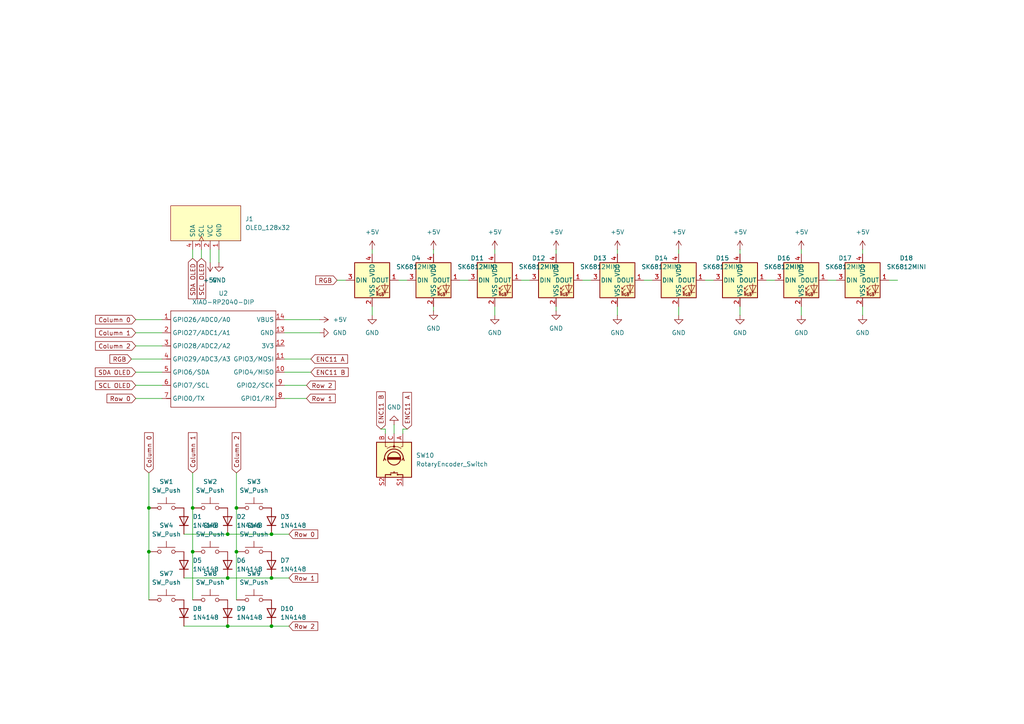
<source format=kicad_sch>
(kicad_sch
	(version 20250114)
	(generator "eeschema")
	(generator_version "9.0")
	(uuid "34e2db50-b642-40b8-91e9-1f523a616b77")
	(paper "A4")
	(lib_symbols
		(symbol "Device:RotaryEncoder_Switch"
			(pin_names
				(offset 0.254)
				(hide yes)
			)
			(exclude_from_sim no)
			(in_bom yes)
			(on_board yes)
			(property "Reference" "SW"
				(at 0 6.604 0)
				(effects
					(font
						(size 1.27 1.27)
					)
				)
			)
			(property "Value" "RotaryEncoder_Switch"
				(at 0 -6.604 0)
				(effects
					(font
						(size 1.27 1.27)
					)
				)
			)
			(property "Footprint" ""
				(at -3.81 4.064 0)
				(effects
					(font
						(size 1.27 1.27)
					)
					(hide yes)
				)
			)
			(property "Datasheet" "~"
				(at 0 6.604 0)
				(effects
					(font
						(size 1.27 1.27)
					)
					(hide yes)
				)
			)
			(property "Description" "Rotary encoder, dual channel, incremental quadrate outputs, with switch"
				(at 0 0 0)
				(effects
					(font
						(size 1.27 1.27)
					)
					(hide yes)
				)
			)
			(property "ki_keywords" "rotary switch encoder switch push button"
				(at 0 0 0)
				(effects
					(font
						(size 1.27 1.27)
					)
					(hide yes)
				)
			)
			(property "ki_fp_filters" "RotaryEncoder*Switch*"
				(at 0 0 0)
				(effects
					(font
						(size 1.27 1.27)
					)
					(hide yes)
				)
			)
			(symbol "RotaryEncoder_Switch_0_1"
				(rectangle
					(start -5.08 5.08)
					(end 5.08 -5.08)
					(stroke
						(width 0.254)
						(type default)
					)
					(fill
						(type background)
					)
				)
				(polyline
					(pts
						(xy -5.08 2.54) (xy -3.81 2.54) (xy -3.81 2.032)
					)
					(stroke
						(width 0)
						(type default)
					)
					(fill
						(type none)
					)
				)
				(polyline
					(pts
						(xy -5.08 0) (xy -3.81 0) (xy -3.81 -1.016) (xy -3.302 -2.032)
					)
					(stroke
						(width 0)
						(type default)
					)
					(fill
						(type none)
					)
				)
				(polyline
					(pts
						(xy -5.08 -2.54) (xy -3.81 -2.54) (xy -3.81 -2.032)
					)
					(stroke
						(width 0)
						(type default)
					)
					(fill
						(type none)
					)
				)
				(polyline
					(pts
						(xy -4.318 0) (xy -3.81 0) (xy -3.81 1.016) (xy -3.302 2.032)
					)
					(stroke
						(width 0)
						(type default)
					)
					(fill
						(type none)
					)
				)
				(circle
					(center -3.81 0)
					(radius 0.254)
					(stroke
						(width 0)
						(type default)
					)
					(fill
						(type outline)
					)
				)
				(polyline
					(pts
						(xy -0.635 -1.778) (xy -0.635 1.778)
					)
					(stroke
						(width 0.254)
						(type default)
					)
					(fill
						(type none)
					)
				)
				(circle
					(center -0.381 0)
					(radius 1.905)
					(stroke
						(width 0.254)
						(type default)
					)
					(fill
						(type none)
					)
				)
				(polyline
					(pts
						(xy -0.381 -1.778) (xy -0.381 1.778)
					)
					(stroke
						(width 0.254)
						(type default)
					)
					(fill
						(type none)
					)
				)
				(arc
					(start -0.381 -2.794)
					(mid -3.0988 -0.0635)
					(end -0.381 2.667)
					(stroke
						(width 0.254)
						(type default)
					)
					(fill
						(type none)
					)
				)
				(polyline
					(pts
						(xy -0.127 1.778) (xy -0.127 -1.778)
					)
					(stroke
						(width 0.254)
						(type default)
					)
					(fill
						(type none)
					)
				)
				(polyline
					(pts
						(xy 0.254 2.921) (xy -0.508 2.667) (xy 0.127 2.286)
					)
					(stroke
						(width 0.254)
						(type default)
					)
					(fill
						(type none)
					)
				)
				(polyline
					(pts
						(xy 0.254 -3.048) (xy -0.508 -2.794) (xy 0.127 -2.413)
					)
					(stroke
						(width 0.254)
						(type default)
					)
					(fill
						(type none)
					)
				)
				(polyline
					(pts
						(xy 3.81 1.016) (xy 3.81 -1.016)
					)
					(stroke
						(width 0.254)
						(type default)
					)
					(fill
						(type none)
					)
				)
				(polyline
					(pts
						(xy 3.81 0) (xy 3.429 0)
					)
					(stroke
						(width 0.254)
						(type default)
					)
					(fill
						(type none)
					)
				)
				(circle
					(center 4.318 1.016)
					(radius 0.127)
					(stroke
						(width 0.254)
						(type default)
					)
					(fill
						(type none)
					)
				)
				(circle
					(center 4.318 -1.016)
					(radius 0.127)
					(stroke
						(width 0.254)
						(type default)
					)
					(fill
						(type none)
					)
				)
				(polyline
					(pts
						(xy 5.08 2.54) (xy 4.318 2.54) (xy 4.318 1.016)
					)
					(stroke
						(width 0.254)
						(type default)
					)
					(fill
						(type none)
					)
				)
				(polyline
					(pts
						(xy 5.08 -2.54) (xy 4.318 -2.54) (xy 4.318 -1.016)
					)
					(stroke
						(width 0.254)
						(type default)
					)
					(fill
						(type none)
					)
				)
			)
			(symbol "RotaryEncoder_Switch_1_1"
				(pin passive line
					(at -7.62 2.54 0)
					(length 2.54)
					(name "A"
						(effects
							(font
								(size 1.27 1.27)
							)
						)
					)
					(number "A"
						(effects
							(font
								(size 1.27 1.27)
							)
						)
					)
				)
				(pin passive line
					(at -7.62 0 0)
					(length 2.54)
					(name "C"
						(effects
							(font
								(size 1.27 1.27)
							)
						)
					)
					(number "C"
						(effects
							(font
								(size 1.27 1.27)
							)
						)
					)
				)
				(pin passive line
					(at -7.62 -2.54 0)
					(length 2.54)
					(name "B"
						(effects
							(font
								(size 1.27 1.27)
							)
						)
					)
					(number "B"
						(effects
							(font
								(size 1.27 1.27)
							)
						)
					)
				)
				(pin passive line
					(at 7.62 2.54 180)
					(length 2.54)
					(name "S1"
						(effects
							(font
								(size 1.27 1.27)
							)
						)
					)
					(number "S1"
						(effects
							(font
								(size 1.27 1.27)
							)
						)
					)
				)
				(pin passive line
					(at 7.62 -2.54 180)
					(length 2.54)
					(name "S2"
						(effects
							(font
								(size 1.27 1.27)
							)
						)
					)
					(number "S2"
						(effects
							(font
								(size 1.27 1.27)
							)
						)
					)
				)
			)
			(embedded_fonts no)
		)
		(symbol "Diode:1N4148"
			(pin_numbers
				(hide yes)
			)
			(pin_names
				(hide yes)
			)
			(exclude_from_sim no)
			(in_bom yes)
			(on_board yes)
			(property "Reference" "D"
				(at 0 2.54 0)
				(effects
					(font
						(size 1.27 1.27)
					)
				)
			)
			(property "Value" "1N4148"
				(at 0 -2.54 0)
				(effects
					(font
						(size 1.27 1.27)
					)
				)
			)
			(property "Footprint" "Diode_THT:D_DO-35_SOD27_P7.62mm_Horizontal"
				(at 0 0 0)
				(effects
					(font
						(size 1.27 1.27)
					)
					(hide yes)
				)
			)
			(property "Datasheet" "https://assets.nexperia.com/documents/data-sheet/1N4148_1N4448.pdf"
				(at 0 0 0)
				(effects
					(font
						(size 1.27 1.27)
					)
					(hide yes)
				)
			)
			(property "Description" "100V 0.15A standard switching diode, DO-35"
				(at 0 0 0)
				(effects
					(font
						(size 1.27 1.27)
					)
					(hide yes)
				)
			)
			(property "Sim.Device" "D"
				(at 0 0 0)
				(effects
					(font
						(size 1.27 1.27)
					)
					(hide yes)
				)
			)
			(property "Sim.Pins" "1=K 2=A"
				(at 0 0 0)
				(effects
					(font
						(size 1.27 1.27)
					)
					(hide yes)
				)
			)
			(property "ki_keywords" "diode"
				(at 0 0 0)
				(effects
					(font
						(size 1.27 1.27)
					)
					(hide yes)
				)
			)
			(property "ki_fp_filters" "D*DO?35*"
				(at 0 0 0)
				(effects
					(font
						(size 1.27 1.27)
					)
					(hide yes)
				)
			)
			(symbol "1N4148_0_1"
				(polyline
					(pts
						(xy -1.27 1.27) (xy -1.27 -1.27)
					)
					(stroke
						(width 0.254)
						(type default)
					)
					(fill
						(type none)
					)
				)
				(polyline
					(pts
						(xy 1.27 1.27) (xy 1.27 -1.27) (xy -1.27 0) (xy 1.27 1.27)
					)
					(stroke
						(width 0.254)
						(type default)
					)
					(fill
						(type none)
					)
				)
				(polyline
					(pts
						(xy 1.27 0) (xy -1.27 0)
					)
					(stroke
						(width 0)
						(type default)
					)
					(fill
						(type none)
					)
				)
			)
			(symbol "1N4148_1_1"
				(pin passive line
					(at -3.81 0 0)
					(length 2.54)
					(name "K"
						(effects
							(font
								(size 1.27 1.27)
							)
						)
					)
					(number "1"
						(effects
							(font
								(size 1.27 1.27)
							)
						)
					)
				)
				(pin passive line
					(at 3.81 0 180)
					(length 2.54)
					(name "A"
						(effects
							(font
								(size 1.27 1.27)
							)
						)
					)
					(number "2"
						(effects
							(font
								(size 1.27 1.27)
							)
						)
					)
				)
			)
			(embedded_fonts no)
		)
		(symbol "LED:SK6812MINI"
			(pin_names
				(offset 0.254)
			)
			(exclude_from_sim no)
			(in_bom yes)
			(on_board yes)
			(property "Reference" "D"
				(at 5.08 5.715 0)
				(effects
					(font
						(size 1.27 1.27)
					)
					(justify right bottom)
				)
			)
			(property "Value" "SK6812MINI"
				(at 1.27 -5.715 0)
				(effects
					(font
						(size 1.27 1.27)
					)
					(justify left top)
				)
			)
			(property "Footprint" "LED_SMD:LED_SK6812MINI_PLCC4_3.5x3.5mm_P1.75mm"
				(at 1.27 -7.62 0)
				(effects
					(font
						(size 1.27 1.27)
					)
					(justify left top)
					(hide yes)
				)
			)
			(property "Datasheet" "https://cdn-shop.adafruit.com/product-files/2686/SK6812MINI_REV.01-1-2.pdf"
				(at 2.54 -9.525 0)
				(effects
					(font
						(size 1.27 1.27)
					)
					(justify left top)
					(hide yes)
				)
			)
			(property "Description" "RGB LED with integrated controller"
				(at 0 0 0)
				(effects
					(font
						(size 1.27 1.27)
					)
					(hide yes)
				)
			)
			(property "ki_keywords" "RGB LED NeoPixel Mini addressable"
				(at 0 0 0)
				(effects
					(font
						(size 1.27 1.27)
					)
					(hide yes)
				)
			)
			(property "ki_fp_filters" "LED*SK6812MINI*PLCC*3.5x3.5mm*P1.75mm*"
				(at 0 0 0)
				(effects
					(font
						(size 1.27 1.27)
					)
					(hide yes)
				)
			)
			(symbol "SK6812MINI_0_0"
				(text "RGB"
					(at 2.286 -4.191 0)
					(effects
						(font
							(size 0.762 0.762)
						)
					)
				)
			)
			(symbol "SK6812MINI_0_1"
				(polyline
					(pts
						(xy 1.27 -2.54) (xy 1.778 -2.54)
					)
					(stroke
						(width 0)
						(type default)
					)
					(fill
						(type none)
					)
				)
				(polyline
					(pts
						(xy 1.27 -3.556) (xy 1.778 -3.556)
					)
					(stroke
						(width 0)
						(type default)
					)
					(fill
						(type none)
					)
				)
				(polyline
					(pts
						(xy 2.286 -1.524) (xy 1.27 -2.54) (xy 1.27 -2.032)
					)
					(stroke
						(width 0)
						(type default)
					)
					(fill
						(type none)
					)
				)
				(polyline
					(pts
						(xy 2.286 -2.54) (xy 1.27 -3.556) (xy 1.27 -3.048)
					)
					(stroke
						(width 0)
						(type default)
					)
					(fill
						(type none)
					)
				)
				(polyline
					(pts
						(xy 3.683 -1.016) (xy 3.683 -3.556) (xy 3.683 -4.064)
					)
					(stroke
						(width 0)
						(type default)
					)
					(fill
						(type none)
					)
				)
				(polyline
					(pts
						(xy 4.699 -1.524) (xy 2.667 -1.524) (xy 3.683 -3.556) (xy 4.699 -1.524)
					)
					(stroke
						(width 0)
						(type default)
					)
					(fill
						(type none)
					)
				)
				(polyline
					(pts
						(xy 4.699 -3.556) (xy 2.667 -3.556)
					)
					(stroke
						(width 0)
						(type default)
					)
					(fill
						(type none)
					)
				)
				(rectangle
					(start 5.08 5.08)
					(end -5.08 -5.08)
					(stroke
						(width 0.254)
						(type default)
					)
					(fill
						(type background)
					)
				)
			)
			(symbol "SK6812MINI_1_1"
				(pin input line
					(at -7.62 0 0)
					(length 2.54)
					(name "DIN"
						(effects
							(font
								(size 1.27 1.27)
							)
						)
					)
					(number "3"
						(effects
							(font
								(size 1.27 1.27)
							)
						)
					)
				)
				(pin power_in line
					(at 0 7.62 270)
					(length 2.54)
					(name "VDD"
						(effects
							(font
								(size 1.27 1.27)
							)
						)
					)
					(number "4"
						(effects
							(font
								(size 1.27 1.27)
							)
						)
					)
				)
				(pin power_in line
					(at 0 -7.62 90)
					(length 2.54)
					(name "VSS"
						(effects
							(font
								(size 1.27 1.27)
							)
						)
					)
					(number "2"
						(effects
							(font
								(size 1.27 1.27)
							)
						)
					)
				)
				(pin output line
					(at 7.62 0 180)
					(length 2.54)
					(name "DOUT"
						(effects
							(font
								(size 1.27 1.27)
							)
						)
					)
					(number "1"
						(effects
							(font
								(size 1.27 1.27)
							)
						)
					)
				)
			)
			(embedded_fonts no)
		)
		(symbol "ScottoKeebs:OLED_128x64"
			(pin_names
				(offset 1.016)
			)
			(exclude_from_sim no)
			(in_bom yes)
			(on_board yes)
			(property "Reference" "J"
				(at 0 -11.43 0)
				(effects
					(font
						(size 1.27 1.27)
					)
				)
			)
			(property "Value" "OLED_128x64"
				(at 0 -7.62 0)
				(effects
					(font
						(size 1.27 1.27)
					)
				)
			)
			(property "Footprint" "ScottoKeebs_Components:OLED_128x64"
				(at 0 -13.97 0)
				(effects
					(font
						(size 1.27 1.27)
					)
					(hide yes)
				)
			)
			(property "Datasheet" ""
				(at 1.27 0 90)
				(effects
					(font
						(size 1.27 1.27)
					)
					(hide yes)
				)
			)
			(property "Description" ""
				(at 0 0 0)
				(effects
					(font
						(size 1.27 1.27)
					)
					(hide yes)
				)
			)
			(symbol "OLED_128x64_0_1"
				(rectangle
					(start 10.16 -10.16)
					(end -10.16 0)
					(stroke
						(width 0)
						(type default)
					)
					(fill
						(type background)
					)
				)
			)
			(symbol "OLED_128x64_1_1"
				(pin power_in line
					(at -3.81 2.54 270)
					(length 2.54)
					(name "GND"
						(effects
							(font
								(size 1.27 1.27)
							)
						)
					)
					(number "1"
						(effects
							(font
								(size 1.27 1.27)
							)
						)
					)
				)
				(pin power_in line
					(at -1.27 2.54 270)
					(length 2.54)
					(name "VCC"
						(effects
							(font
								(size 1.27 1.27)
							)
						)
					)
					(number "2"
						(effects
							(font
								(size 1.27 1.27)
							)
						)
					)
				)
				(pin input clock
					(at 1.27 2.54 270)
					(length 2.54)
					(name "SCL"
						(effects
							(font
								(size 1.27 1.27)
							)
						)
					)
					(number "3"
						(effects
							(font
								(size 1.27 1.27)
							)
						)
					)
				)
				(pin bidirectional line
					(at 3.81 2.54 270)
					(length 2.54)
					(name "SDA"
						(effects
							(font
								(size 1.27 1.27)
							)
						)
					)
					(number "4"
						(effects
							(font
								(size 1.27 1.27)
							)
						)
					)
				)
			)
			(embedded_fonts no)
		)
		(symbol "Seeed_Studio_XIAO_Series:XIAO-RP2040-DIP"
			(exclude_from_sim no)
			(in_bom yes)
			(on_board yes)
			(property "Reference" "U"
				(at 0 0 0)
				(effects
					(font
						(size 1.27 1.27)
					)
				)
			)
			(property "Value" "XIAO-RP2040-DIP"
				(at 5.334 -1.778 0)
				(effects
					(font
						(size 1.27 1.27)
					)
				)
			)
			(property "Footprint" "Module:MOUDLE14P-XIAO-DIP-SMD"
				(at 14.478 -32.258 0)
				(effects
					(font
						(size 1.27 1.27)
					)
					(hide yes)
				)
			)
			(property "Datasheet" ""
				(at 0 0 0)
				(effects
					(font
						(size 1.27 1.27)
					)
					(hide yes)
				)
			)
			(property "Description" ""
				(at 0 0 0)
				(effects
					(font
						(size 1.27 1.27)
					)
					(hide yes)
				)
			)
			(symbol "XIAO-RP2040-DIP_1_0"
				(polyline
					(pts
						(xy -1.27 -2.54) (xy 29.21 -2.54)
					)
					(stroke
						(width 0.1524)
						(type solid)
					)
					(fill
						(type none)
					)
				)
				(polyline
					(pts
						(xy -1.27 -5.08) (xy -2.54 -5.08)
					)
					(stroke
						(width 0.1524)
						(type solid)
					)
					(fill
						(type none)
					)
				)
				(polyline
					(pts
						(xy -1.27 -5.08) (xy -1.27 -2.54)
					)
					(stroke
						(width 0.1524)
						(type solid)
					)
					(fill
						(type none)
					)
				)
				(polyline
					(pts
						(xy -1.27 -8.89) (xy -2.54 -8.89)
					)
					(stroke
						(width 0.1524)
						(type solid)
					)
					(fill
						(type none)
					)
				)
				(polyline
					(pts
						(xy -1.27 -8.89) (xy -1.27 -5.08)
					)
					(stroke
						(width 0.1524)
						(type solid)
					)
					(fill
						(type none)
					)
				)
				(polyline
					(pts
						(xy -1.27 -12.7) (xy -2.54 -12.7)
					)
					(stroke
						(width 0.1524)
						(type solid)
					)
					(fill
						(type none)
					)
				)
				(polyline
					(pts
						(xy -1.27 -12.7) (xy -1.27 -8.89)
					)
					(stroke
						(width 0.1524)
						(type solid)
					)
					(fill
						(type none)
					)
				)
				(polyline
					(pts
						(xy -1.27 -16.51) (xy -2.54 -16.51)
					)
					(stroke
						(width 0.1524)
						(type solid)
					)
					(fill
						(type none)
					)
				)
				(polyline
					(pts
						(xy -1.27 -16.51) (xy -1.27 -12.7)
					)
					(stroke
						(width 0.1524)
						(type solid)
					)
					(fill
						(type none)
					)
				)
				(polyline
					(pts
						(xy -1.27 -20.32) (xy -2.54 -20.32)
					)
					(stroke
						(width 0.1524)
						(type solid)
					)
					(fill
						(type none)
					)
				)
				(polyline
					(pts
						(xy -1.27 -24.13) (xy -2.54 -24.13)
					)
					(stroke
						(width 0.1524)
						(type solid)
					)
					(fill
						(type none)
					)
				)
				(polyline
					(pts
						(xy -1.27 -27.94) (xy -2.54 -27.94)
					)
					(stroke
						(width 0.1524)
						(type solid)
					)
					(fill
						(type none)
					)
				)
				(polyline
					(pts
						(xy -1.27 -30.48) (xy -1.27 -16.51)
					)
					(stroke
						(width 0.1524)
						(type solid)
					)
					(fill
						(type none)
					)
				)
				(polyline
					(pts
						(xy 29.21 -2.54) (xy 29.21 -5.08)
					)
					(stroke
						(width 0.1524)
						(type solid)
					)
					(fill
						(type none)
					)
				)
				(polyline
					(pts
						(xy 29.21 -5.08) (xy 29.21 -8.89)
					)
					(stroke
						(width 0.1524)
						(type solid)
					)
					(fill
						(type none)
					)
				)
				(polyline
					(pts
						(xy 29.21 -8.89) (xy 29.21 -12.7)
					)
					(stroke
						(width 0.1524)
						(type solid)
					)
					(fill
						(type none)
					)
				)
				(polyline
					(pts
						(xy 29.21 -12.7) (xy 29.21 -30.48)
					)
					(stroke
						(width 0.1524)
						(type solid)
					)
					(fill
						(type none)
					)
				)
				(polyline
					(pts
						(xy 29.21 -30.48) (xy -1.27 -30.48)
					)
					(stroke
						(width 0.1524)
						(type solid)
					)
					(fill
						(type none)
					)
				)
				(polyline
					(pts
						(xy 30.48 -5.08) (xy 29.21 -5.08)
					)
					(stroke
						(width 0.1524)
						(type solid)
					)
					(fill
						(type none)
					)
				)
				(polyline
					(pts
						(xy 30.48 -8.89) (xy 29.21 -8.89)
					)
					(stroke
						(width 0.1524)
						(type solid)
					)
					(fill
						(type none)
					)
				)
				(polyline
					(pts
						(xy 30.48 -12.7) (xy 29.21 -12.7)
					)
					(stroke
						(width 0.1524)
						(type solid)
					)
					(fill
						(type none)
					)
				)
				(polyline
					(pts
						(xy 30.48 -16.51) (xy 29.21 -16.51)
					)
					(stroke
						(width 0.1524)
						(type solid)
					)
					(fill
						(type none)
					)
				)
				(polyline
					(pts
						(xy 30.48 -20.32) (xy 29.21 -20.32)
					)
					(stroke
						(width 0.1524)
						(type solid)
					)
					(fill
						(type none)
					)
				)
				(polyline
					(pts
						(xy 30.48 -24.13) (xy 29.21 -24.13)
					)
					(stroke
						(width 0.1524)
						(type solid)
					)
					(fill
						(type none)
					)
				)
				(polyline
					(pts
						(xy 30.48 -27.94) (xy 29.21 -27.94)
					)
					(stroke
						(width 0.1524)
						(type solid)
					)
					(fill
						(type none)
					)
				)
				(pin passive line
					(at -3.81 -5.08 0)
					(length 2.54)
					(name "GPIO26/ADC0/A0"
						(effects
							(font
								(size 1.27 1.27)
							)
						)
					)
					(number "1"
						(effects
							(font
								(size 1.27 1.27)
							)
						)
					)
				)
				(pin passive line
					(at -3.81 -8.89 0)
					(length 2.54)
					(name "GPIO27/ADC1/A1"
						(effects
							(font
								(size 1.27 1.27)
							)
						)
					)
					(number "2"
						(effects
							(font
								(size 1.27 1.27)
							)
						)
					)
				)
				(pin passive line
					(at -3.81 -12.7 0)
					(length 2.54)
					(name "GPIO28/ADC2/A2"
						(effects
							(font
								(size 1.27 1.27)
							)
						)
					)
					(number "3"
						(effects
							(font
								(size 1.27 1.27)
							)
						)
					)
				)
				(pin passive line
					(at -3.81 -16.51 0)
					(length 2.54)
					(name "GPIO29/ADC3/A3"
						(effects
							(font
								(size 1.27 1.27)
							)
						)
					)
					(number "4"
						(effects
							(font
								(size 1.27 1.27)
							)
						)
					)
				)
				(pin passive line
					(at -3.81 -20.32 0)
					(length 2.54)
					(name "GPIO6/SDA"
						(effects
							(font
								(size 1.27 1.27)
							)
						)
					)
					(number "5"
						(effects
							(font
								(size 1.27 1.27)
							)
						)
					)
				)
				(pin passive line
					(at -3.81 -24.13 0)
					(length 2.54)
					(name "GPIO7/SCL"
						(effects
							(font
								(size 1.27 1.27)
							)
						)
					)
					(number "6"
						(effects
							(font
								(size 1.27 1.27)
							)
						)
					)
				)
				(pin passive line
					(at -3.81 -27.94 0)
					(length 2.54)
					(name "GPIO0/TX"
						(effects
							(font
								(size 1.27 1.27)
							)
						)
					)
					(number "7"
						(effects
							(font
								(size 1.27 1.27)
							)
						)
					)
				)
				(pin passive line
					(at 31.75 -5.08 180)
					(length 2.54)
					(name "VBUS"
						(effects
							(font
								(size 1.27 1.27)
							)
						)
					)
					(number "14"
						(effects
							(font
								(size 1.27 1.27)
							)
						)
					)
				)
				(pin passive line
					(at 31.75 -8.89 180)
					(length 2.54)
					(name "GND"
						(effects
							(font
								(size 1.27 1.27)
							)
						)
					)
					(number "13"
						(effects
							(font
								(size 1.27 1.27)
							)
						)
					)
				)
				(pin passive line
					(at 31.75 -12.7 180)
					(length 2.54)
					(name "3V3"
						(effects
							(font
								(size 1.27 1.27)
							)
						)
					)
					(number "12"
						(effects
							(font
								(size 1.27 1.27)
							)
						)
					)
				)
				(pin passive line
					(at 31.75 -16.51 180)
					(length 2.54)
					(name "GPIO3/MOSI"
						(effects
							(font
								(size 1.27 1.27)
							)
						)
					)
					(number "11"
						(effects
							(font
								(size 1.27 1.27)
							)
						)
					)
				)
				(pin passive line
					(at 31.75 -20.32 180)
					(length 2.54)
					(name "GPIO4/MISO"
						(effects
							(font
								(size 1.27 1.27)
							)
						)
					)
					(number "10"
						(effects
							(font
								(size 1.27 1.27)
							)
						)
					)
				)
				(pin passive line
					(at 31.75 -24.13 180)
					(length 2.54)
					(name "GPIO2/SCK"
						(effects
							(font
								(size 1.27 1.27)
							)
						)
					)
					(number "9"
						(effects
							(font
								(size 1.27 1.27)
							)
						)
					)
				)
				(pin passive line
					(at 31.75 -27.94 180)
					(length 2.54)
					(name "GPIO1/RX"
						(effects
							(font
								(size 1.27 1.27)
							)
						)
					)
					(number "8"
						(effects
							(font
								(size 1.27 1.27)
							)
						)
					)
				)
			)
			(embedded_fonts no)
		)
		(symbol "Switch:SW_Push"
			(pin_numbers
				(hide yes)
			)
			(pin_names
				(offset 1.016)
				(hide yes)
			)
			(exclude_from_sim no)
			(in_bom yes)
			(on_board yes)
			(property "Reference" "SW"
				(at 1.27 2.54 0)
				(effects
					(font
						(size 1.27 1.27)
					)
					(justify left)
				)
			)
			(property "Value" "SW_Push"
				(at 0 -1.524 0)
				(effects
					(font
						(size 1.27 1.27)
					)
				)
			)
			(property "Footprint" ""
				(at 0 5.08 0)
				(effects
					(font
						(size 1.27 1.27)
					)
					(hide yes)
				)
			)
			(property "Datasheet" "~"
				(at 0 5.08 0)
				(effects
					(font
						(size 1.27 1.27)
					)
					(hide yes)
				)
			)
			(property "Description" "Push button switch, generic, two pins"
				(at 0 0 0)
				(effects
					(font
						(size 1.27 1.27)
					)
					(hide yes)
				)
			)
			(property "ki_keywords" "switch normally-open pushbutton push-button"
				(at 0 0 0)
				(effects
					(font
						(size 1.27 1.27)
					)
					(hide yes)
				)
			)
			(symbol "SW_Push_0_1"
				(circle
					(center -2.032 0)
					(radius 0.508)
					(stroke
						(width 0)
						(type default)
					)
					(fill
						(type none)
					)
				)
				(polyline
					(pts
						(xy 0 1.27) (xy 0 3.048)
					)
					(stroke
						(width 0)
						(type default)
					)
					(fill
						(type none)
					)
				)
				(circle
					(center 2.032 0)
					(radius 0.508)
					(stroke
						(width 0)
						(type default)
					)
					(fill
						(type none)
					)
				)
				(polyline
					(pts
						(xy 2.54 1.27) (xy -2.54 1.27)
					)
					(stroke
						(width 0)
						(type default)
					)
					(fill
						(type none)
					)
				)
				(pin passive line
					(at -5.08 0 0)
					(length 2.54)
					(name "1"
						(effects
							(font
								(size 1.27 1.27)
							)
						)
					)
					(number "1"
						(effects
							(font
								(size 1.27 1.27)
							)
						)
					)
				)
				(pin passive line
					(at 5.08 0 180)
					(length 2.54)
					(name "2"
						(effects
							(font
								(size 1.27 1.27)
							)
						)
					)
					(number "2"
						(effects
							(font
								(size 1.27 1.27)
							)
						)
					)
				)
			)
			(embedded_fonts no)
		)
		(symbol "power:+5V"
			(power)
			(pin_numbers
				(hide yes)
			)
			(pin_names
				(offset 0)
				(hide yes)
			)
			(exclude_from_sim no)
			(in_bom yes)
			(on_board yes)
			(property "Reference" "#PWR"
				(at 0 -3.81 0)
				(effects
					(font
						(size 1.27 1.27)
					)
					(hide yes)
				)
			)
			(property "Value" "+5V"
				(at 0 3.556 0)
				(effects
					(font
						(size 1.27 1.27)
					)
				)
			)
			(property "Footprint" ""
				(at 0 0 0)
				(effects
					(font
						(size 1.27 1.27)
					)
					(hide yes)
				)
			)
			(property "Datasheet" ""
				(at 0 0 0)
				(effects
					(font
						(size 1.27 1.27)
					)
					(hide yes)
				)
			)
			(property "Description" "Power symbol creates a global label with name \"+5V\""
				(at 0 0 0)
				(effects
					(font
						(size 1.27 1.27)
					)
					(hide yes)
				)
			)
			(property "ki_keywords" "global power"
				(at 0 0 0)
				(effects
					(font
						(size 1.27 1.27)
					)
					(hide yes)
				)
			)
			(symbol "+5V_0_1"
				(polyline
					(pts
						(xy -0.762 1.27) (xy 0 2.54)
					)
					(stroke
						(width 0)
						(type default)
					)
					(fill
						(type none)
					)
				)
				(polyline
					(pts
						(xy 0 2.54) (xy 0.762 1.27)
					)
					(stroke
						(width 0)
						(type default)
					)
					(fill
						(type none)
					)
				)
				(polyline
					(pts
						(xy 0 0) (xy 0 2.54)
					)
					(stroke
						(width 0)
						(type default)
					)
					(fill
						(type none)
					)
				)
			)
			(symbol "+5V_1_1"
				(pin power_in line
					(at 0 0 90)
					(length 0)
					(name "~"
						(effects
							(font
								(size 1.27 1.27)
							)
						)
					)
					(number "1"
						(effects
							(font
								(size 1.27 1.27)
							)
						)
					)
				)
			)
			(embedded_fonts no)
		)
		(symbol "power:GND"
			(power)
			(pin_numbers
				(hide yes)
			)
			(pin_names
				(offset 0)
				(hide yes)
			)
			(exclude_from_sim no)
			(in_bom yes)
			(on_board yes)
			(property "Reference" "#PWR"
				(at 0 -6.35 0)
				(effects
					(font
						(size 1.27 1.27)
					)
					(hide yes)
				)
			)
			(property "Value" "GND"
				(at 0 -3.81 0)
				(effects
					(font
						(size 1.27 1.27)
					)
				)
			)
			(property "Footprint" ""
				(at 0 0 0)
				(effects
					(font
						(size 1.27 1.27)
					)
					(hide yes)
				)
			)
			(property "Datasheet" ""
				(at 0 0 0)
				(effects
					(font
						(size 1.27 1.27)
					)
					(hide yes)
				)
			)
			(property "Description" "Power symbol creates a global label with name \"GND\" , ground"
				(at 0 0 0)
				(effects
					(font
						(size 1.27 1.27)
					)
					(hide yes)
				)
			)
			(property "ki_keywords" "global power"
				(at 0 0 0)
				(effects
					(font
						(size 1.27 1.27)
					)
					(hide yes)
				)
			)
			(symbol "GND_0_1"
				(polyline
					(pts
						(xy 0 0) (xy 0 -1.27) (xy 1.27 -1.27) (xy 0 -2.54) (xy -1.27 -1.27) (xy 0 -1.27)
					)
					(stroke
						(width 0)
						(type default)
					)
					(fill
						(type none)
					)
				)
			)
			(symbol "GND_1_1"
				(pin power_in line
					(at 0 0 270)
					(length 0)
					(name "~"
						(effects
							(font
								(size 1.27 1.27)
							)
						)
					)
					(number "1"
						(effects
							(font
								(size 1.27 1.27)
							)
						)
					)
				)
			)
			(embedded_fonts no)
		)
	)
	(junction
		(at 43.18 160.02)
		(diameter 0)
		(color 0 0 0 0)
		(uuid "13ad0220-f7db-40bb-8b6a-ccab64223663")
	)
	(junction
		(at 68.58 147.32)
		(diameter 0)
		(color 0 0 0 0)
		(uuid "212c7115-5b1a-4134-b45e-0e665c0c086a")
	)
	(junction
		(at 66.04 167.64)
		(diameter 0)
		(color 0 0 0 0)
		(uuid "25203b1a-7c85-4629-898d-a51e82e6c2c4")
	)
	(junction
		(at 66.04 154.94)
		(diameter 0)
		(color 0 0 0 0)
		(uuid "33b6748c-7d60-4d5a-86ab-7f7f62f98eb2")
	)
	(junction
		(at 78.74 181.61)
		(diameter 0)
		(color 0 0 0 0)
		(uuid "4bc46a95-2d35-4d6e-a70b-938621c2f4a2")
	)
	(junction
		(at 43.18 147.32)
		(diameter 0)
		(color 0 0 0 0)
		(uuid "4c8f2c98-e0c0-4171-8c65-2526658b3635")
	)
	(junction
		(at 78.74 167.64)
		(diameter 0)
		(color 0 0 0 0)
		(uuid "583c1b7d-c3bf-4a16-a730-eba5139977a6")
	)
	(junction
		(at 55.88 160.02)
		(diameter 0)
		(color 0 0 0 0)
		(uuid "8f66c008-e7ee-4e6b-a195-6ac94cf589c7")
	)
	(junction
		(at 78.74 154.94)
		(diameter 0)
		(color 0 0 0 0)
		(uuid "9203ab3e-ae23-4106-be73-c1cd6a44a677")
	)
	(junction
		(at 66.04 181.61)
		(diameter 0)
		(color 0 0 0 0)
		(uuid "9f417cf6-64ac-40ea-91c5-39289b30a403")
	)
	(junction
		(at 68.58 160.02)
		(diameter 0)
		(color 0 0 0 0)
		(uuid "ca999756-bf4d-4725-9388-f9919351798b")
	)
	(junction
		(at 55.88 147.32)
		(diameter 0)
		(color 0 0 0 0)
		(uuid "d4f8996c-8415-4686-ab78-620ae1f0f4a6")
	)
	(wire
		(pts
			(xy 68.58 137.16) (xy 68.58 147.32)
		)
		(stroke
			(width 0)
			(type default)
		)
		(uuid "0436678b-aa10-4778-98cd-17904d7d6c2e")
	)
	(wire
		(pts
			(xy 78.74 154.94) (xy 83.82 154.94)
		)
		(stroke
			(width 0)
			(type default)
		)
		(uuid "04377a36-1fa3-4e5a-9f2d-67414938edc7")
	)
	(wire
		(pts
			(xy 55.88 147.32) (xy 55.88 160.02)
		)
		(stroke
			(width 0)
			(type default)
		)
		(uuid "07a58eba-7437-404c-a4b3-bc65e584e0d6")
	)
	(wire
		(pts
			(xy 179.07 91.44) (xy 179.07 88.9)
		)
		(stroke
			(width 0)
			(type default)
		)
		(uuid "0984be71-77a8-4253-a212-9bfd59c5b426")
	)
	(wire
		(pts
			(xy 90.17 107.95) (xy 82.55 107.95)
		)
		(stroke
			(width 0)
			(type default)
		)
		(uuid "0a10bd8a-a0a0-470a-88de-37e7a7ff41e8")
	)
	(wire
		(pts
			(xy 171.45 81.28) (xy 168.91 81.28)
		)
		(stroke
			(width 0)
			(type default)
		)
		(uuid "0e2f6593-75ff-40dc-b9b1-1ab0a671a579")
	)
	(wire
		(pts
			(xy 143.51 91.44) (xy 143.51 88.9)
		)
		(stroke
			(width 0)
			(type default)
		)
		(uuid "2271897e-614b-45ed-bed2-e4b34ae7a831")
	)
	(wire
		(pts
			(xy 82.55 96.52) (xy 92.71 96.52)
		)
		(stroke
			(width 0)
			(type default)
		)
		(uuid "23788774-f13a-4ba4-b385-d8dc3905df31")
	)
	(wire
		(pts
			(xy 207.01 81.28) (xy 204.47 81.28)
		)
		(stroke
			(width 0)
			(type default)
		)
		(uuid "25758c8d-fb03-4244-a36c-5a84b6fac081")
	)
	(wire
		(pts
			(xy 55.88 160.02) (xy 55.88 173.99)
		)
		(stroke
			(width 0)
			(type default)
		)
		(uuid "26cc5103-847d-482f-8463-89c4147217c5")
	)
	(wire
		(pts
			(xy 224.79 81.28) (xy 222.25 81.28)
		)
		(stroke
			(width 0)
			(type default)
		)
		(uuid "2ff3d074-a738-4288-8700-0903ce8c4de6")
	)
	(wire
		(pts
			(xy 232.41 72.39) (xy 232.41 73.66)
		)
		(stroke
			(width 0)
			(type default)
		)
		(uuid "3095046d-38f1-46a3-bb26-9eb4ab901bdb")
	)
	(wire
		(pts
			(xy 196.85 91.44) (xy 196.85 88.9)
		)
		(stroke
			(width 0)
			(type default)
		)
		(uuid "34105226-29dd-408d-bf40-6fdc76cd819b")
	)
	(wire
		(pts
			(xy 110.49 124.46) (xy 111.76 124.46)
		)
		(stroke
			(width 0)
			(type default)
		)
		(uuid "36f1572f-25eb-47c9-ad67-ab5ae51405a7")
	)
	(wire
		(pts
			(xy 78.74 181.61) (xy 83.82 181.61)
		)
		(stroke
			(width 0)
			(type default)
		)
		(uuid "37eb409e-061b-42c0-bcdb-c871ac28b3d7")
	)
	(wire
		(pts
			(xy 43.18 137.16) (xy 43.18 147.32)
		)
		(stroke
			(width 0)
			(type default)
		)
		(uuid "392a759f-1467-498b-a2fa-d348bac1c260")
	)
	(wire
		(pts
			(xy 39.37 107.95) (xy 46.99 107.95)
		)
		(stroke
			(width 0)
			(type default)
		)
		(uuid "3a499baf-9c9f-4f18-9939-c771f5b87198")
	)
	(wire
		(pts
			(xy 114.3 123.19) (xy 114.3 125.73)
		)
		(stroke
			(width 0)
			(type default)
		)
		(uuid "3a562387-ff90-4e70-b12e-3916f259be17")
	)
	(wire
		(pts
			(xy 53.34 181.61) (xy 66.04 181.61)
		)
		(stroke
			(width 0)
			(type default)
		)
		(uuid "3ab91466-d393-40f9-ac94-462053586306")
	)
	(wire
		(pts
			(xy 111.76 124.46) (xy 111.76 125.73)
		)
		(stroke
			(width 0)
			(type default)
		)
		(uuid "41e8ac99-2682-49c5-9bcc-d0a724f22ee4")
	)
	(wire
		(pts
			(xy 118.11 124.46) (xy 116.84 124.46)
		)
		(stroke
			(width 0)
			(type default)
		)
		(uuid "422f1018-9676-4a0d-ac3a-1a52172f8176")
	)
	(wire
		(pts
			(xy 260.35 81.28) (xy 257.81 81.28)
		)
		(stroke
			(width 0)
			(type default)
		)
		(uuid "4a7d966c-e35b-4b58-8af2-d9c13aff5db4")
	)
	(wire
		(pts
			(xy 153.67 81.28) (xy 151.13 81.28)
		)
		(stroke
			(width 0)
			(type default)
		)
		(uuid "52d307bb-ec44-4ece-9025-fe3bec8ac300")
	)
	(wire
		(pts
			(xy 55.88 137.16) (xy 55.88 147.32)
		)
		(stroke
			(width 0)
			(type default)
		)
		(uuid "53861f4d-25f6-4b26-89ff-262679d5499b")
	)
	(wire
		(pts
			(xy 43.18 147.32) (xy 43.18 160.02)
		)
		(stroke
			(width 0)
			(type default)
		)
		(uuid "5dd1b912-b00e-4ba2-af89-6db48db1aecc")
	)
	(wire
		(pts
			(xy 43.18 160.02) (xy 43.18 173.99)
		)
		(stroke
			(width 0)
			(type default)
		)
		(uuid "6470388e-5963-48ab-a1f7-bb9b29ae284f")
	)
	(wire
		(pts
			(xy 214.63 91.44) (xy 214.63 88.9)
		)
		(stroke
			(width 0)
			(type default)
		)
		(uuid "64c10c05-1bf9-49f2-8ba4-c6ecc0da271a")
	)
	(wire
		(pts
			(xy 143.51 72.39) (xy 143.51 73.66)
		)
		(stroke
			(width 0)
			(type default)
		)
		(uuid "67db89ae-f0d6-4843-b4df-e620f005c0e9")
	)
	(wire
		(pts
			(xy 97.79 81.28) (xy 100.33 81.28)
		)
		(stroke
			(width 0)
			(type default)
		)
		(uuid "692d40c6-4cde-4c86-8772-305dc0477367")
	)
	(wire
		(pts
			(xy 58.42 74.93) (xy 58.42 72.39)
		)
		(stroke
			(width 0)
			(type default)
		)
		(uuid "72857e86-4e03-4cbf-b719-80bf6f7ae5d0")
	)
	(wire
		(pts
			(xy 63.5 72.39) (xy 63.5 76.2)
		)
		(stroke
			(width 0)
			(type default)
		)
		(uuid "7b2bc38e-6804-4770-9eea-c9a3fbcfd59a")
	)
	(wire
		(pts
			(xy 118.11 81.28) (xy 115.57 81.28)
		)
		(stroke
			(width 0)
			(type default)
		)
		(uuid "7c9b165d-aec4-4a69-8de4-443cbcc5b9e5")
	)
	(wire
		(pts
			(xy 90.17 104.14) (xy 82.55 104.14)
		)
		(stroke
			(width 0)
			(type default)
		)
		(uuid "7cafc1dc-4254-49a1-92ca-2b39e98fec61")
	)
	(wire
		(pts
			(xy 53.34 154.94) (xy 66.04 154.94)
		)
		(stroke
			(width 0)
			(type default)
		)
		(uuid "7f64606e-ebaf-4809-8387-8ddc8e89fc9f")
	)
	(wire
		(pts
			(xy 107.95 72.39) (xy 107.95 73.66)
		)
		(stroke
			(width 0)
			(type default)
		)
		(uuid "7f8e5f5a-b416-48ea-9439-cb040924925a")
	)
	(wire
		(pts
			(xy 68.58 147.32) (xy 68.58 160.02)
		)
		(stroke
			(width 0)
			(type default)
		)
		(uuid "876c211a-f88f-4d51-98b1-7b44624ce9dd")
	)
	(wire
		(pts
			(xy 66.04 181.61) (xy 78.74 181.61)
		)
		(stroke
			(width 0)
			(type default)
		)
		(uuid "88027e56-ffa8-4077-91e7-94c5ed52fa37")
	)
	(wire
		(pts
			(xy 196.85 72.39) (xy 196.85 73.66)
		)
		(stroke
			(width 0)
			(type default)
		)
		(uuid "8d2f2a72-7443-4555-8b45-3a2fd2e1728b")
	)
	(wire
		(pts
			(xy 39.37 115.57) (xy 46.99 115.57)
		)
		(stroke
			(width 0)
			(type default)
		)
		(uuid "95b600b6-392c-4d21-b643-f7fb2ca7181e")
	)
	(wire
		(pts
			(xy 125.73 72.39) (xy 125.73 73.66)
		)
		(stroke
			(width 0)
			(type default)
		)
		(uuid "989f5a32-d9a0-4ce4-bbcb-c1c16f065d65")
	)
	(wire
		(pts
			(xy 116.84 124.46) (xy 116.84 125.73)
		)
		(stroke
			(width 0)
			(type default)
		)
		(uuid "9f960d6c-70c6-4c91-aa50-3f9b85ca21fb")
	)
	(wire
		(pts
			(xy 232.41 91.44) (xy 232.41 88.9)
		)
		(stroke
			(width 0)
			(type default)
		)
		(uuid "a4935745-07be-4ee4-84df-4377546d59c3")
	)
	(wire
		(pts
			(xy 39.37 96.52) (xy 46.99 96.52)
		)
		(stroke
			(width 0)
			(type default)
		)
		(uuid "a574d272-1697-4656-b0cf-d958de2a4cda")
	)
	(wire
		(pts
			(xy 38.1 104.14) (xy 46.99 104.14)
		)
		(stroke
			(width 0)
			(type default)
		)
		(uuid "a82a9375-8c03-4cdb-bdf0-f54e26a76c6e")
	)
	(wire
		(pts
			(xy 107.95 91.44) (xy 107.95 88.9)
		)
		(stroke
			(width 0)
			(type default)
		)
		(uuid "a8d07f70-5a77-4d26-83bf-c129618bf236")
	)
	(wire
		(pts
			(xy 66.04 154.94) (xy 78.74 154.94)
		)
		(stroke
			(width 0)
			(type default)
		)
		(uuid "a909ec8f-464b-477a-a230-b25e5e34fc8a")
	)
	(wire
		(pts
			(xy 88.9 111.76) (xy 82.55 111.76)
		)
		(stroke
			(width 0)
			(type default)
		)
		(uuid "ac830f9e-c354-4665-a6aa-5ca96411dd17")
	)
	(wire
		(pts
			(xy 60.96 76.2) (xy 60.96 72.39)
		)
		(stroke
			(width 0)
			(type default)
		)
		(uuid "b1094f6a-87ed-4c89-a925-f9c5d0aa6637")
	)
	(wire
		(pts
			(xy 250.19 91.44) (xy 250.19 88.9)
		)
		(stroke
			(width 0)
			(type default)
		)
		(uuid "b2c8f198-f779-4007-89ab-56751d342f2c")
	)
	(wire
		(pts
			(xy 53.34 167.64) (xy 66.04 167.64)
		)
		(stroke
			(width 0)
			(type default)
		)
		(uuid "b5a55707-27f9-439b-86b3-a3b80b118d59")
	)
	(wire
		(pts
			(xy 179.07 72.39) (xy 179.07 73.66)
		)
		(stroke
			(width 0)
			(type default)
		)
		(uuid "b7588c89-7fe9-424e-b627-93bea024b35e")
	)
	(wire
		(pts
			(xy 92.71 92.71) (xy 82.55 92.71)
		)
		(stroke
			(width 0)
			(type default)
		)
		(uuid "be7d9653-7f9f-49b0-bd56-e4f4bc271899")
	)
	(wire
		(pts
			(xy 39.37 111.76) (xy 46.99 111.76)
		)
		(stroke
			(width 0)
			(type default)
		)
		(uuid "bf7855c4-5b3a-425d-871a-383e58e25d47")
	)
	(wire
		(pts
			(xy 78.74 167.64) (xy 83.82 167.64)
		)
		(stroke
			(width 0)
			(type default)
		)
		(uuid "cb9d79a3-7bbf-4774-a5cf-a9f5a1328598")
	)
	(wire
		(pts
			(xy 250.19 72.39) (xy 250.19 73.66)
		)
		(stroke
			(width 0)
			(type default)
		)
		(uuid "d1d4f60c-2f55-4dc5-a2e5-a1c1728e7b88")
	)
	(wire
		(pts
			(xy 161.29 90.17) (xy 161.29 88.9)
		)
		(stroke
			(width 0)
			(type default)
		)
		(uuid "d7af80d0-7354-43d2-9a28-6ee15f9327f7")
	)
	(wire
		(pts
			(xy 161.29 72.39) (xy 161.29 73.66)
		)
		(stroke
			(width 0)
			(type default)
		)
		(uuid "d95d152c-7d58-4c1b-b05b-55068af568a4")
	)
	(wire
		(pts
			(xy 189.23 81.28) (xy 186.69 81.28)
		)
		(stroke
			(width 0)
			(type default)
		)
		(uuid "d9c05387-9c5a-46c2-9abd-3953c5fdc9c8")
	)
	(wire
		(pts
			(xy 55.88 74.93) (xy 55.88 72.39)
		)
		(stroke
			(width 0)
			(type default)
		)
		(uuid "dff28af2-6e74-4b93-a6bd-f3936fe58605")
	)
	(wire
		(pts
			(xy 214.63 72.39) (xy 214.63 73.66)
		)
		(stroke
			(width 0)
			(type default)
		)
		(uuid "e566054a-9a67-4bde-90e7-4fe52a367d7b")
	)
	(wire
		(pts
			(xy 39.37 100.33) (xy 46.99 100.33)
		)
		(stroke
			(width 0)
			(type default)
		)
		(uuid "e8f889b7-889f-4e85-bdf4-9aaea90382fb")
	)
	(wire
		(pts
			(xy 68.58 160.02) (xy 68.58 173.99)
		)
		(stroke
			(width 0)
			(type default)
		)
		(uuid "e9147482-f64c-468f-8853-4385c71b34a4")
	)
	(wire
		(pts
			(xy 66.04 167.64) (xy 78.74 167.64)
		)
		(stroke
			(width 0)
			(type default)
		)
		(uuid "ef653031-3e86-45d2-83af-f079d286b04b")
	)
	(wire
		(pts
			(xy 39.37 92.71) (xy 46.99 92.71)
		)
		(stroke
			(width 0)
			(type default)
		)
		(uuid "f5c20f70-4aa0-47e9-930f-e7908adb594f")
	)
	(wire
		(pts
			(xy 125.73 90.17) (xy 125.73 88.9)
		)
		(stroke
			(width 0)
			(type default)
		)
		(uuid "f7513067-22cd-425f-994d-e952a77df31f")
	)
	(wire
		(pts
			(xy 135.89 81.28) (xy 133.35 81.28)
		)
		(stroke
			(width 0)
			(type default)
		)
		(uuid "f7a15b0f-78bc-4d50-9f3c-c83ea609c25d")
	)
	(wire
		(pts
			(xy 242.57 81.28) (xy 240.03 81.28)
		)
		(stroke
			(width 0)
			(type default)
		)
		(uuid "fb5d1057-332f-4b55-b3b7-68d701d16ec0")
	)
	(wire
		(pts
			(xy 88.9 115.57) (xy 82.55 115.57)
		)
		(stroke
			(width 0)
			(type default)
		)
		(uuid "fc07a4b9-2254-44ad-b62e-b43c51268370")
	)
	(global_label "SCL OLED"
		(shape input)
		(at 39.37 111.76 180)
		(fields_autoplaced yes)
		(effects
			(font
				(size 1.27 1.27)
			)
			(justify right)
		)
		(uuid "08d183f6-8814-4c41-b378-46ca0dc414f0")
		(property "Intersheetrefs" "${INTERSHEET_REFS}"
			(at 27.132 111.76 0)
			(effects
				(font
					(size 1.27 1.27)
				)
				(justify right)
				(hide yes)
			)
		)
	)
	(global_label "Row 1"
		(shape input)
		(at 88.9 115.57 0)
		(fields_autoplaced yes)
		(effects
			(font
				(size 1.27 1.27)
			)
			(justify left)
		)
		(uuid "0b2b4090-2051-4c62-a641-33cfa734733b")
		(property "Intersheetrefs" "${INTERSHEET_REFS}"
			(at 97.8118 115.57 0)
			(effects
				(font
					(size 1.27 1.27)
				)
				(justify left)
				(hide yes)
			)
		)
	)
	(global_label "Row 1"
		(shape input)
		(at 83.82 167.64 0)
		(fields_autoplaced yes)
		(effects
			(font
				(size 1.27 1.27)
			)
			(justify left)
		)
		(uuid "10c4be64-eeb5-4c60-ade6-7a334694c1bb")
		(property "Intersheetrefs" "${INTERSHEET_REFS}"
			(at 92.7318 167.64 0)
			(effects
				(font
					(size 1.27 1.27)
				)
				(justify left)
				(hide yes)
			)
		)
	)
	(global_label "SDA OLED"
		(shape input)
		(at 39.37 107.95 180)
		(fields_autoplaced yes)
		(effects
			(font
				(size 1.27 1.27)
			)
			(justify right)
		)
		(uuid "31265e02-034f-44c1-a90a-089e10cf4d7b")
		(property "Intersheetrefs" "${INTERSHEET_REFS}"
			(at 27.0715 107.95 0)
			(effects
				(font
					(size 1.27 1.27)
				)
				(justify right)
				(hide yes)
			)
		)
	)
	(global_label "Column 1"
		(shape input)
		(at 39.37 96.52 180)
		(fields_autoplaced yes)
		(effects
			(font
				(size 1.27 1.27)
			)
			(justify right)
		)
		(uuid "350c0bcc-6d74-46ee-bb14-6125259526d9")
		(property "Intersheetrefs" "${INTERSHEET_REFS}"
			(at 27.1322 96.52 0)
			(effects
				(font
					(size 1.27 1.27)
				)
				(justify right)
				(hide yes)
			)
		)
	)
	(global_label "Column 0"
		(shape input)
		(at 43.18 137.16 90)
		(fields_autoplaced yes)
		(effects
			(font
				(size 1.27 1.27)
			)
			(justify left)
		)
		(uuid "3e39e105-8a95-4687-90d9-1c401172875b")
		(property "Intersheetrefs" "${INTERSHEET_REFS}"
			(at 43.18 124.9222 90)
			(effects
				(font
					(size 1.27 1.27)
				)
				(justify left)
				(hide yes)
			)
		)
	)
	(global_label "RGB"
		(shape input)
		(at 38.1 104.14 180)
		(fields_autoplaced yes)
		(effects
			(font
				(size 1.27 1.27)
			)
			(justify right)
		)
		(uuid "473cca56-3f48-4d03-85b9-d3458a1185e3")
		(property "Intersheetrefs" "${INTERSHEET_REFS}"
			(at 31.3048 104.14 0)
			(effects
				(font
					(size 1.27 1.27)
				)
				(justify right)
				(hide yes)
			)
		)
	)
	(global_label "ENC11 B"
		(shape input)
		(at 90.17 107.95 0)
		(fields_autoplaced yes)
		(effects
			(font
				(size 1.27 1.27)
			)
			(justify left)
		)
		(uuid "5dd03fa2-5e48-48b5-90f9-82298c44171e")
		(property "Intersheetrefs" "${INTERSHEET_REFS}"
			(at 101.5613 107.95 0)
			(effects
				(font
					(size 1.27 1.27)
				)
				(justify left)
				(hide yes)
			)
		)
	)
	(global_label "Row 2"
		(shape input)
		(at 83.82 181.61 0)
		(fields_autoplaced yes)
		(effects
			(font
				(size 1.27 1.27)
			)
			(justify left)
		)
		(uuid "6287ccf0-ab15-447c-a58e-bf7bed81eb42")
		(property "Intersheetrefs" "${INTERSHEET_REFS}"
			(at 92.7318 181.61 0)
			(effects
				(font
					(size 1.27 1.27)
				)
				(justify left)
				(hide yes)
			)
		)
	)
	(global_label "SDA OLED"
		(shape input)
		(at 55.88 74.93 270)
		(fields_autoplaced yes)
		(effects
			(font
				(size 1.27 1.27)
			)
			(justify right)
		)
		(uuid "6675e7cc-0146-48b7-a6d0-e06ea5697ca2")
		(property "Intersheetrefs" "${INTERSHEET_REFS}"
			(at 55.88 87.2285 90)
			(effects
				(font
					(size 1.27 1.27)
				)
				(justify right)
				(hide yes)
			)
		)
	)
	(global_label "ENC11 A"
		(shape input)
		(at 118.11 124.46 90)
		(fields_autoplaced yes)
		(effects
			(font
				(size 1.27 1.27)
			)
			(justify left)
		)
		(uuid "7951f5d6-8e66-4ef5-be3d-1b0573370355")
		(property "Intersheetrefs" "${INTERSHEET_REFS}"
			(at 118.11 113.2501 90)
			(effects
				(font
					(size 1.27 1.27)
				)
				(justify left)
				(hide yes)
			)
		)
	)
	(global_label "ENC11 B"
		(shape input)
		(at 110.49 124.46 90)
		(fields_autoplaced yes)
		(effects
			(font
				(size 1.27 1.27)
			)
			(justify left)
		)
		(uuid "7cbe4398-4855-42a9-bd96-35582c2f56fc")
		(property "Intersheetrefs" "${INTERSHEET_REFS}"
			(at 110.49 113.0687 90)
			(effects
				(font
					(size 1.27 1.27)
				)
				(justify left)
				(hide yes)
			)
		)
	)
	(global_label "Row 0"
		(shape input)
		(at 83.82 154.94 0)
		(fields_autoplaced yes)
		(effects
			(font
				(size 1.27 1.27)
			)
			(justify left)
		)
		(uuid "9f2720f0-fd5a-48d6-88a5-dd0a5d1b8086")
		(property "Intersheetrefs" "${INTERSHEET_REFS}"
			(at 92.7318 154.94 0)
			(effects
				(font
					(size 1.27 1.27)
				)
				(justify left)
				(hide yes)
			)
		)
	)
	(global_label "Column 0"
		(shape input)
		(at 39.37 92.71 180)
		(fields_autoplaced yes)
		(effects
			(font
				(size 1.27 1.27)
			)
			(justify right)
		)
		(uuid "b0ae7c67-dabb-415b-beb3-486393c522c6")
		(property "Intersheetrefs" "${INTERSHEET_REFS}"
			(at 27.1322 92.71 0)
			(effects
				(font
					(size 1.27 1.27)
				)
				(justify right)
				(hide yes)
			)
		)
	)
	(global_label "SCL OLED"
		(shape input)
		(at 58.42 74.93 270)
		(fields_autoplaced yes)
		(effects
			(font
				(size 1.27 1.27)
			)
			(justify right)
		)
		(uuid "b295091d-455f-45e3-93f0-42aa62e52b2b")
		(property "Intersheetrefs" "${INTERSHEET_REFS}"
			(at 58.42 87.168 90)
			(effects
				(font
					(size 1.27 1.27)
				)
				(justify right)
				(hide yes)
			)
		)
	)
	(global_label "RGB"
		(shape input)
		(at 97.79 81.28 180)
		(fields_autoplaced yes)
		(effects
			(font
				(size 1.27 1.27)
			)
			(justify right)
		)
		(uuid "bfd4fee0-fd46-4e76-934c-3843710c34d1")
		(property "Intersheetrefs" "${INTERSHEET_REFS}"
			(at 90.9948 81.28 0)
			(effects
				(font
					(size 1.27 1.27)
				)
				(justify right)
				(hide yes)
			)
		)
	)
	(global_label "Column 2"
		(shape input)
		(at 68.58 137.16 90)
		(fields_autoplaced yes)
		(effects
			(font
				(size 1.27 1.27)
			)
			(justify left)
		)
		(uuid "c016fa8d-377d-4b6b-b827-d104dd762911")
		(property "Intersheetrefs" "${INTERSHEET_REFS}"
			(at 68.58 124.9222 90)
			(effects
				(font
					(size 1.27 1.27)
				)
				(justify left)
				(hide yes)
			)
		)
	)
	(global_label "Column 2"
		(shape input)
		(at 39.37 100.33 180)
		(fields_autoplaced yes)
		(effects
			(font
				(size 1.27 1.27)
			)
			(justify right)
		)
		(uuid "c5fd823c-76ae-42ce-8fc6-0951beebd9cf")
		(property "Intersheetrefs" "${INTERSHEET_REFS}"
			(at 27.1322 100.33 0)
			(effects
				(font
					(size 1.27 1.27)
				)
				(justify right)
				(hide yes)
			)
		)
	)
	(global_label "ENC11 A"
		(shape input)
		(at 90.17 104.14 0)
		(fields_autoplaced yes)
		(effects
			(font
				(size 1.27 1.27)
			)
			(justify left)
		)
		(uuid "c7c17fe8-505a-4a75-b7ec-310d7abd23b0")
		(property "Intersheetrefs" "${INTERSHEET_REFS}"
			(at 101.3799 104.14 0)
			(effects
				(font
					(size 1.27 1.27)
				)
				(justify left)
				(hide yes)
			)
		)
	)
	(global_label "Row 0"
		(shape input)
		(at 39.37 115.57 180)
		(fields_autoplaced yes)
		(effects
			(font
				(size 1.27 1.27)
			)
			(justify right)
		)
		(uuid "d8434369-7dc8-462f-a3e0-e4d748d021eb")
		(property "Intersheetrefs" "${INTERSHEET_REFS}"
			(at 30.4582 115.57 0)
			(effects
				(font
					(size 1.27 1.27)
				)
				(justify right)
				(hide yes)
			)
		)
	)
	(global_label "Column 1"
		(shape input)
		(at 55.88 137.16 90)
		(fields_autoplaced yes)
		(effects
			(font
				(size 1.27 1.27)
			)
			(justify left)
		)
		(uuid "da70320a-07e0-49db-8c5a-7c832d05b88a")
		(property "Intersheetrefs" "${INTERSHEET_REFS}"
			(at 55.88 124.9222 90)
			(effects
				(font
					(size 1.27 1.27)
				)
				(justify left)
				(hide yes)
			)
		)
	)
	(global_label "Row 2"
		(shape input)
		(at 88.9 111.76 0)
		(fields_autoplaced yes)
		(effects
			(font
				(size 1.27 1.27)
			)
			(justify left)
		)
		(uuid "ec6a0c9e-e973-4606-bec9-56a721210b0a")
		(property "Intersheetrefs" "${INTERSHEET_REFS}"
			(at 97.8118 111.76 0)
			(effects
				(font
					(size 1.27 1.27)
				)
				(justify left)
				(hide yes)
			)
		)
	)
	(symbol
		(lib_id "power:+5V")
		(at 125.73 72.39 0)
		(unit 1)
		(exclude_from_sim no)
		(in_bom yes)
		(on_board yes)
		(dnp no)
		(fields_autoplaced yes)
		(uuid "06884449-8727-4c09-962b-64827312880c")
		(property "Reference" "#PWR09"
			(at 125.73 76.2 0)
			(effects
				(font
					(size 1.27 1.27)
				)
				(hide yes)
			)
		)
		(property "Value" "+5V"
			(at 125.73 67.31 0)
			(effects
				(font
					(size 1.27 1.27)
				)
			)
		)
		(property "Footprint" ""
			(at 125.73 72.39 0)
			(effects
				(font
					(size 1.27 1.27)
				)
				(hide yes)
			)
		)
		(property "Datasheet" ""
			(at 125.73 72.39 0)
			(effects
				(font
					(size 1.27 1.27)
				)
				(hide yes)
			)
		)
		(property "Description" "Power symbol creates a global label with name \"+5V\""
			(at 125.73 72.39 0)
			(effects
				(font
					(size 1.27 1.27)
				)
				(hide yes)
			)
		)
		(pin "1"
			(uuid "afe85a57-28aa-4c2f-87c7-de3c95380470")
		)
		(instances
			(project "hackpad"
				(path "/34e2db50-b642-40b8-91e9-1f523a616b77"
					(reference "#PWR09")
					(unit 1)
				)
			)
		)
	)
	(symbol
		(lib_id "power:+5V")
		(at 196.85 72.39 0)
		(unit 1)
		(exclude_from_sim no)
		(in_bom yes)
		(on_board yes)
		(dnp no)
		(fields_autoplaced yes)
		(uuid "0763db86-3b15-49dd-8e6d-efcd81bff257")
		(property "Reference" "#PWR019"
			(at 196.85 76.2 0)
			(effects
				(font
					(size 1.27 1.27)
				)
				(hide yes)
			)
		)
		(property "Value" "+5V"
			(at 196.85 67.31 0)
			(effects
				(font
					(size 1.27 1.27)
				)
			)
		)
		(property "Footprint" ""
			(at 196.85 72.39 0)
			(effects
				(font
					(size 1.27 1.27)
				)
				(hide yes)
			)
		)
		(property "Datasheet" ""
			(at 196.85 72.39 0)
			(effects
				(font
					(size 1.27 1.27)
				)
				(hide yes)
			)
		)
		(property "Description" "Power symbol creates a global label with name \"+5V\""
			(at 196.85 72.39 0)
			(effects
				(font
					(size 1.27 1.27)
				)
				(hide yes)
			)
		)
		(pin "1"
			(uuid "154dea3e-06a5-4cef-abd5-0f6c9e59ca4f")
		)
		(instances
			(project "hackpad"
				(path "/34e2db50-b642-40b8-91e9-1f523a616b77"
					(reference "#PWR019")
					(unit 1)
				)
			)
		)
	)
	(symbol
		(lib_id "power:GND")
		(at 232.41 91.44 0)
		(unit 1)
		(exclude_from_sim no)
		(in_bom yes)
		(on_board yes)
		(dnp no)
		(fields_autoplaced yes)
		(uuid "090de8d7-bced-40b2-9321-90d189fd6f3f")
		(property "Reference" "#PWR025"
			(at 232.41 97.79 0)
			(effects
				(font
					(size 1.27 1.27)
				)
				(hide yes)
			)
		)
		(property "Value" "GND"
			(at 232.41 96.52 0)
			(effects
				(font
					(size 1.27 1.27)
				)
			)
		)
		(property "Footprint" ""
			(at 232.41 91.44 0)
			(effects
				(font
					(size 1.27 1.27)
				)
				(hide yes)
			)
		)
		(property "Datasheet" ""
			(at 232.41 91.44 0)
			(effects
				(font
					(size 1.27 1.27)
				)
				(hide yes)
			)
		)
		(property "Description" "Power symbol creates a global label with name \"GND\" , ground"
			(at 232.41 91.44 0)
			(effects
				(font
					(size 1.27 1.27)
				)
				(hide yes)
			)
		)
		(pin "1"
			(uuid "a237cf35-f9d6-44b7-b4c3-b43b8d23ab7c")
		)
		(instances
			(project "hackpad"
				(path "/34e2db50-b642-40b8-91e9-1f523a616b77"
					(reference "#PWR025")
					(unit 1)
				)
			)
		)
	)
	(symbol
		(lib_id "Device:RotaryEncoder_Switch")
		(at 114.3 133.35 270)
		(unit 1)
		(exclude_from_sim no)
		(in_bom yes)
		(on_board yes)
		(dnp no)
		(fields_autoplaced yes)
		(uuid "0e421cb4-9f8b-4243-b080-b528a3d13307")
		(property "Reference" "SW10"
			(at 120.65 132.0799 90)
			(effects
				(font
					(size 1.27 1.27)
				)
				(justify left)
			)
		)
		(property "Value" "RotaryEncoder_Switch"
			(at 120.65 134.6199 90)
			(effects
				(font
					(size 1.27 1.27)
				)
				(justify left)
			)
		)
		(property "Footprint" "Rotary_Encoder:RotaryEncoder_Alps_EC11E_Vertical_H20mm"
			(at 118.364 129.54 0)
			(effects
				(font
					(size 1.27 1.27)
				)
				(hide yes)
			)
		)
		(property "Datasheet" "~"
			(at 120.904 133.35 0)
			(effects
				(font
					(size 1.27 1.27)
				)
				(hide yes)
			)
		)
		(property "Description" "Rotary encoder, dual channel, incremental quadrate outputs, with switch"
			(at 114.3 133.35 0)
			(effects
				(font
					(size 1.27 1.27)
				)
				(hide yes)
			)
		)
		(pin "S1"
			(uuid "c18cad7e-989a-4923-bc45-f7c62b30dbdc")
		)
		(pin "B"
			(uuid "8203aa55-2d62-488b-b96e-d4e031c3ba8d")
		)
		(pin "C"
			(uuid "107aec28-c8bc-4440-b570-d3434818334a")
		)
		(pin "A"
			(uuid "35fa900a-f570-45a1-b03f-6912d975b042")
		)
		(pin "S2"
			(uuid "315f789b-f4ef-49b5-b15c-9dd3866989a1")
		)
		(instances
			(project "hackpad"
				(path "/34e2db50-b642-40b8-91e9-1f523a616b77"
					(reference "SW10")
					(unit 1)
				)
			)
		)
	)
	(symbol
		(lib_id "LED:SK6812MINI")
		(at 125.73 81.28 0)
		(unit 1)
		(exclude_from_sim no)
		(in_bom yes)
		(on_board yes)
		(dnp no)
		(fields_autoplaced yes)
		(uuid "1d156ef1-422e-40d3-ad01-76cbd708373b")
		(property "Reference" "D11"
			(at 138.43 74.8598 0)
			(effects
				(font
					(size 1.27 1.27)
				)
			)
		)
		(property "Value" "SK6812MINI"
			(at 138.43 77.3998 0)
			(effects
				(font
					(size 1.27 1.27)
				)
			)
		)
		(property "Footprint" "LED_SMD:LED_SK6812MINI_PLCC4_3.5x3.5mm_P1.75mm"
			(at 127 88.9 0)
			(effects
				(font
					(size 1.27 1.27)
				)
				(justify left top)
				(hide yes)
			)
		)
		(property "Datasheet" "https://cdn-shop.adafruit.com/product-files/2686/SK6812MINI_REV.01-1-2.pdf"
			(at 128.27 90.805 0)
			(effects
				(font
					(size 1.27 1.27)
				)
				(justify left top)
				(hide yes)
			)
		)
		(property "Description" "RGB LED with integrated controller"
			(at 125.73 81.28 0)
			(effects
				(font
					(size 1.27 1.27)
				)
				(hide yes)
			)
		)
		(pin "4"
			(uuid "5b11f7ca-331e-4ebf-9f30-35ec76f56439")
		)
		(pin "3"
			(uuid "72bd8457-9542-48e7-b0ef-ac0373ae86cb")
		)
		(pin "1"
			(uuid "7881d2d6-e3e7-441e-8316-6e621819f0bb")
		)
		(pin "2"
			(uuid "9a9ae5b9-7fe5-4ec2-9c34-166e0fdf6883")
		)
		(instances
			(project "hackpad"
				(path "/34e2db50-b642-40b8-91e9-1f523a616b77"
					(reference "D11")
					(unit 1)
				)
			)
		)
	)
	(symbol
		(lib_id "Switch:SW_Push")
		(at 60.96 160.02 0)
		(unit 1)
		(exclude_from_sim no)
		(in_bom yes)
		(on_board yes)
		(dnp no)
		(fields_autoplaced yes)
		(uuid "21991844-3805-4ea5-bf65-27101d430167")
		(property "Reference" "SW5"
			(at 60.96 152.4 0)
			(effects
				(font
					(size 1.27 1.27)
				)
			)
		)
		(property "Value" "SW_Push"
			(at 60.96 154.94 0)
			(effects
				(font
					(size 1.27 1.27)
				)
			)
		)
		(property "Footprint" "Button_Switch_Keyboard:SW_Cherry_MX_1.00u_PCB"
			(at 60.96 154.94 0)
			(effects
				(font
					(size 1.27 1.27)
				)
				(hide yes)
			)
		)
		(property "Datasheet" "~"
			(at 60.96 154.94 0)
			(effects
				(font
					(size 1.27 1.27)
				)
				(hide yes)
			)
		)
		(property "Description" "Push button switch, generic, two pins"
			(at 60.96 160.02 0)
			(effects
				(font
					(size 1.27 1.27)
				)
				(hide yes)
			)
		)
		(pin "1"
			(uuid "98e84f26-542a-4b12-adfd-dc14149e8cdb")
		)
		(pin "2"
			(uuid "703d316a-e8dc-4eb5-afc7-e80f4d58008a")
		)
		(instances
			(project "hackpad"
				(path "/34e2db50-b642-40b8-91e9-1f523a616b77"
					(reference "SW5")
					(unit 1)
				)
			)
		)
	)
	(symbol
		(lib_id "power:GND")
		(at 114.3 123.19 180)
		(unit 1)
		(exclude_from_sim no)
		(in_bom yes)
		(on_board yes)
		(dnp no)
		(fields_autoplaced yes)
		(uuid "27d80c65-9deb-4f4f-8c68-cd852cff3356")
		(property "Reference" "#PWR05"
			(at 114.3 116.84 0)
			(effects
				(font
					(size 1.27 1.27)
				)
				(hide yes)
			)
		)
		(property "Value" "GND"
			(at 114.3 118.11 0)
			(effects
				(font
					(size 1.27 1.27)
				)
			)
		)
		(property "Footprint" ""
			(at 114.3 123.19 0)
			(effects
				(font
					(size 1.27 1.27)
				)
				(hide yes)
			)
		)
		(property "Datasheet" ""
			(at 114.3 123.19 0)
			(effects
				(font
					(size 1.27 1.27)
				)
				(hide yes)
			)
		)
		(property "Description" "Power symbol creates a global label with name \"GND\" , ground"
			(at 114.3 123.19 0)
			(effects
				(font
					(size 1.27 1.27)
				)
				(hide yes)
			)
		)
		(pin "1"
			(uuid "ecd84331-504e-47fe-9d37-7d2234e1b095")
		)
		(instances
			(project "hackpad"
				(path "/34e2db50-b642-40b8-91e9-1f523a616b77"
					(reference "#PWR05")
					(unit 1)
				)
			)
		)
	)
	(symbol
		(lib_id "Diode:1N4148")
		(at 66.04 177.8 90)
		(unit 1)
		(exclude_from_sim no)
		(in_bom yes)
		(on_board yes)
		(dnp no)
		(fields_autoplaced yes)
		(uuid "2bdc41fb-50c8-43c3-b538-bb5e50450343")
		(property "Reference" "D9"
			(at 68.58 176.5299 90)
			(effects
				(font
					(size 1.27 1.27)
				)
				(justify right)
			)
		)
		(property "Value" "1N4148"
			(at 68.58 179.0699 90)
			(effects
				(font
					(size 1.27 1.27)
				)
				(justify right)
			)
		)
		(property "Footprint" "Diode_THT:D_DO-35_SOD27_P7.62mm_Horizontal"
			(at 66.04 177.8 0)
			(effects
				(font
					(size 1.27 1.27)
				)
				(hide yes)
			)
		)
		(property "Datasheet" "https://assets.nexperia.com/documents/data-sheet/1N4148_1N4448.pdf"
			(at 66.04 177.8 0)
			(effects
				(font
					(size 1.27 1.27)
				)
				(hide yes)
			)
		)
		(property "Description" "100V 0.15A standard switching diode, DO-35"
			(at 66.04 177.8 0)
			(effects
				(font
					(size 1.27 1.27)
				)
				(hide yes)
			)
		)
		(property "Sim.Device" "D"
			(at 66.04 177.8 0)
			(effects
				(font
					(size 1.27 1.27)
				)
				(hide yes)
			)
		)
		(property "Sim.Pins" "1=K 2=A"
			(at 66.04 177.8 0)
			(effects
				(font
					(size 1.27 1.27)
				)
				(hide yes)
			)
		)
		(pin "2"
			(uuid "37d53005-ab15-47b8-9255-2f82fc3163a7")
		)
		(pin "1"
			(uuid "a3b795cb-76e5-481f-a85e-439df75bcdd0")
		)
		(instances
			(project "hackpad"
				(path "/34e2db50-b642-40b8-91e9-1f523a616b77"
					(reference "D9")
					(unit 1)
				)
			)
		)
	)
	(symbol
		(lib_id "Seeed_Studio_XIAO_Series:XIAO-RP2040-DIP")
		(at 50.8 87.63 0)
		(unit 1)
		(exclude_from_sim no)
		(in_bom yes)
		(on_board yes)
		(dnp no)
		(fields_autoplaced yes)
		(uuid "31c7502c-0537-42b8-be5b-d9bf758730a3")
		(property "Reference" "U2"
			(at 64.77 85.09 0)
			(effects
				(font
					(size 1.27 1.27)
				)
			)
		)
		(property "Value" "XIAO-RP2040-DIP"
			(at 64.77 87.63 0)
			(effects
				(font
					(size 1.27 1.27)
				)
			)
		)
		(property "Footprint" "OPL lib:XIAO-RP2040-DIP"
			(at 65.278 119.888 0)
			(effects
				(font
					(size 1.27 1.27)
				)
				(hide yes)
			)
		)
		(property "Datasheet" ""
			(at 50.8 87.63 0)
			(effects
				(font
					(size 1.27 1.27)
				)
				(hide yes)
			)
		)
		(property "Description" ""
			(at 50.8 87.63 0)
			(effects
				(font
					(size 1.27 1.27)
				)
				(hide yes)
			)
		)
		(pin "2"
			(uuid "28df5dd4-a340-4eac-8fc9-0054dbcf109f")
		)
		(pin "13"
			(uuid "17f12833-6734-4085-b76b-4e7bc330cb8c")
		)
		(pin "3"
			(uuid "cc08c036-12d4-4e1f-8179-48af223c6f4a")
		)
		(pin "4"
			(uuid "b89e37fc-2667-45c8-bdb6-a3cbdad18893")
		)
		(pin "8"
			(uuid "76a879ac-c753-490e-a92a-d88871e32d09")
		)
		(pin "5"
			(uuid "f322bb2b-35e6-41ae-a562-a2ace765b055")
		)
		(pin "6"
			(uuid "4b40e4e7-902f-42bf-85f0-11669434a9c1")
		)
		(pin "1"
			(uuid "b98d5d39-e9c6-49ac-bdc0-bec11c455f62")
		)
		(pin "7"
			(uuid "39959149-b4e0-491b-9d2f-c27bc7bbd8bf")
		)
		(pin "12"
			(uuid "cb3a4d04-d364-4494-9093-9d41c854af0a")
		)
		(pin "10"
			(uuid "a3381efb-89fb-4ed8-bcce-470f64875f55")
		)
		(pin "9"
			(uuid "01b6e424-c93c-4d6b-89de-6aec872fe057")
		)
		(pin "14"
			(uuid "8b27ac60-5fa3-4d05-bbbc-8a61d1c67713")
		)
		(pin "11"
			(uuid "cd27d6d2-7a87-4bc4-8b3e-c98b6b6b796f")
		)
		(instances
			(project "hackpad"
				(path "/34e2db50-b642-40b8-91e9-1f523a616b77"
					(reference "U2")
					(unit 1)
				)
			)
		)
	)
	(symbol
		(lib_id "power:+5V")
		(at 92.71 92.71 270)
		(unit 1)
		(exclude_from_sim no)
		(in_bom yes)
		(on_board yes)
		(dnp no)
		(fields_autoplaced yes)
		(uuid "336c85b9-40fb-4fea-9a8f-e3030db22363")
		(property "Reference" "#PWR06"
			(at 88.9 92.71 0)
			(effects
				(font
					(size 1.27 1.27)
				)
				(hide yes)
			)
		)
		(property "Value" "+5V"
			(at 96.52 92.7099 90)
			(effects
				(font
					(size 1.27 1.27)
				)
				(justify left)
			)
		)
		(property "Footprint" ""
			(at 92.71 92.71 0)
			(effects
				(font
					(size 1.27 1.27)
				)
				(hide yes)
			)
		)
		(property "Datasheet" ""
			(at 92.71 92.71 0)
			(effects
				(font
					(size 1.27 1.27)
				)
				(hide yes)
			)
		)
		(property "Description" "Power symbol creates a global label with name \"+5V\""
			(at 92.71 92.71 0)
			(effects
				(font
					(size 1.27 1.27)
				)
				(hide yes)
			)
		)
		(pin "1"
			(uuid "56cd3196-d1ca-40cd-a0bb-9a5f104061ae")
		)
		(instances
			(project "hackpad"
				(path "/34e2db50-b642-40b8-91e9-1f523a616b77"
					(reference "#PWR06")
					(unit 1)
				)
			)
		)
	)
	(symbol
		(lib_id "LED:SK6812MINI")
		(at 179.07 81.28 0)
		(unit 1)
		(exclude_from_sim no)
		(in_bom yes)
		(on_board yes)
		(dnp no)
		(fields_autoplaced yes)
		(uuid "361d6d06-3687-4223-a48a-dcb14e916d28")
		(property "Reference" "D14"
			(at 191.77 74.8598 0)
			(effects
				(font
					(size 1.27 1.27)
				)
			)
		)
		(property "Value" "SK6812MINI"
			(at 191.77 77.3998 0)
			(effects
				(font
					(size 1.27 1.27)
				)
			)
		)
		(property "Footprint" "LED_SMD:LED_SK6812MINI_PLCC4_3.5x3.5mm_P1.75mm"
			(at 180.34 88.9 0)
			(effects
				(font
					(size 1.27 1.27)
				)
				(justify left top)
				(hide yes)
			)
		)
		(property "Datasheet" "https://cdn-shop.adafruit.com/product-files/2686/SK6812MINI_REV.01-1-2.pdf"
			(at 181.61 90.805 0)
			(effects
				(font
					(size 1.27 1.27)
				)
				(justify left top)
				(hide yes)
			)
		)
		(property "Description" "RGB LED with integrated controller"
			(at 179.07 81.28 0)
			(effects
				(font
					(size 1.27 1.27)
				)
				(hide yes)
			)
		)
		(pin "4"
			(uuid "f46f0701-1b27-4589-9408-d296ab17d69c")
		)
		(pin "3"
			(uuid "742cbf8a-7720-409f-811a-0ebd6e1ab9df")
		)
		(pin "1"
			(uuid "2a5d1f94-ed40-42f9-8034-e250afd41c99")
		)
		(pin "2"
			(uuid "218934f8-393c-450b-b2c1-9e2d5755b719")
		)
		(instances
			(project "hackpad"
				(path "/34e2db50-b642-40b8-91e9-1f523a616b77"
					(reference "D14")
					(unit 1)
				)
			)
		)
	)
	(symbol
		(lib_id "power:GND")
		(at 107.95 91.44 0)
		(unit 1)
		(exclude_from_sim no)
		(in_bom yes)
		(on_board yes)
		(dnp no)
		(fields_autoplaced yes)
		(uuid "390e04b4-95c4-4cfa-bda7-ffd47f04771c")
		(property "Reference" "#PWR020"
			(at 107.95 97.79 0)
			(effects
				(font
					(size 1.27 1.27)
				)
				(hide yes)
			)
		)
		(property "Value" "GND"
			(at 107.95 96.52 0)
			(effects
				(font
					(size 1.27 1.27)
				)
			)
		)
		(property "Footprint" ""
			(at 107.95 91.44 0)
			(effects
				(font
					(size 1.27 1.27)
				)
				(hide yes)
			)
		)
		(property "Datasheet" ""
			(at 107.95 91.44 0)
			(effects
				(font
					(size 1.27 1.27)
				)
				(hide yes)
			)
		)
		(property "Description" "Power symbol creates a global label with name \"GND\" , ground"
			(at 107.95 91.44 0)
			(effects
				(font
					(size 1.27 1.27)
				)
				(hide yes)
			)
		)
		(pin "1"
			(uuid "f43340a8-125e-4155-8b53-09ec422e6eb4")
		)
		(instances
			(project "hackpad"
				(path "/34e2db50-b642-40b8-91e9-1f523a616b77"
					(reference "#PWR020")
					(unit 1)
				)
			)
		)
	)
	(symbol
		(lib_id "power:GND")
		(at 143.51 91.44 0)
		(unit 1)
		(exclude_from_sim no)
		(in_bom yes)
		(on_board yes)
		(dnp no)
		(fields_autoplaced yes)
		(uuid "46676fde-bbf8-4f92-b98e-6fd673867aeb")
		(property "Reference" "#PWR018"
			(at 143.51 97.79 0)
			(effects
				(font
					(size 1.27 1.27)
				)
				(hide yes)
			)
		)
		(property "Value" "GND"
			(at 143.51 96.52 0)
			(effects
				(font
					(size 1.27 1.27)
				)
			)
		)
		(property "Footprint" ""
			(at 143.51 91.44 0)
			(effects
				(font
					(size 1.27 1.27)
				)
				(hide yes)
			)
		)
		(property "Datasheet" ""
			(at 143.51 91.44 0)
			(effects
				(font
					(size 1.27 1.27)
				)
				(hide yes)
			)
		)
		(property "Description" "Power symbol creates a global label with name \"GND\" , ground"
			(at 143.51 91.44 0)
			(effects
				(font
					(size 1.27 1.27)
				)
				(hide yes)
			)
		)
		(pin "1"
			(uuid "679e3162-5a81-4abb-8b80-d7be194c54f6")
		)
		(instances
			(project "hackpad"
				(path "/34e2db50-b642-40b8-91e9-1f523a616b77"
					(reference "#PWR018")
					(unit 1)
				)
			)
		)
	)
	(symbol
		(lib_id "power:GND")
		(at 92.71 96.52 90)
		(unit 1)
		(exclude_from_sim no)
		(in_bom yes)
		(on_board yes)
		(dnp no)
		(fields_autoplaced yes)
		(uuid "4a070a9d-5ace-40d0-9496-e4638fc00e36")
		(property "Reference" "#PWR01"
			(at 99.06 96.52 0)
			(effects
				(font
					(size 1.27 1.27)
				)
				(hide yes)
			)
		)
		(property "Value" "GND"
			(at 96.52 96.5199 90)
			(effects
				(font
					(size 1.27 1.27)
				)
				(justify right)
			)
		)
		(property "Footprint" ""
			(at 92.71 96.52 0)
			(effects
				(font
					(size 1.27 1.27)
				)
				(hide yes)
			)
		)
		(property "Datasheet" ""
			(at 92.71 96.52 0)
			(effects
				(font
					(size 1.27 1.27)
				)
				(hide yes)
			)
		)
		(property "Description" "Power symbol creates a global label with name \"GND\" , ground"
			(at 92.71 96.52 0)
			(effects
				(font
					(size 1.27 1.27)
				)
				(hide yes)
			)
		)
		(pin "1"
			(uuid "d91ce28e-5b0e-4ecb-8c53-582317c9330b")
		)
		(instances
			(project "hackpad"
				(path "/34e2db50-b642-40b8-91e9-1f523a616b77"
					(reference "#PWR01")
					(unit 1)
				)
			)
		)
	)
	(symbol
		(lib_id "Diode:1N4148")
		(at 78.74 151.13 90)
		(unit 1)
		(exclude_from_sim no)
		(in_bom yes)
		(on_board yes)
		(dnp no)
		(fields_autoplaced yes)
		(uuid "4e2e9511-0936-46ca-b154-4b82ac147e42")
		(property "Reference" "D3"
			(at 81.28 149.8599 90)
			(effects
				(font
					(size 1.27 1.27)
				)
				(justify right)
			)
		)
		(property "Value" "1N4148"
			(at 81.28 152.3999 90)
			(effects
				(font
					(size 1.27 1.27)
				)
				(justify right)
			)
		)
		(property "Footprint" "Diode_THT:D_DO-35_SOD27_P7.62mm_Horizontal"
			(at 78.74 151.13 0)
			(effects
				(font
					(size 1.27 1.27)
				)
				(hide yes)
			)
		)
		(property "Datasheet" "https://assets.nexperia.com/documents/data-sheet/1N4148_1N4448.pdf"
			(at 78.74 151.13 0)
			(effects
				(font
					(size 1.27 1.27)
				)
				(hide yes)
			)
		)
		(property "Description" "100V 0.15A standard switching diode, DO-35"
			(at 78.74 151.13 0)
			(effects
				(font
					(size 1.27 1.27)
				)
				(hide yes)
			)
		)
		(property "Sim.Device" "D"
			(at 78.74 151.13 0)
			(effects
				(font
					(size 1.27 1.27)
				)
				(hide yes)
			)
		)
		(property "Sim.Pins" "1=K 2=A"
			(at 78.74 151.13 0)
			(effects
				(font
					(size 1.27 1.27)
				)
				(hide yes)
			)
		)
		(pin "2"
			(uuid "4448fe67-e54a-42c2-8703-cb4899879c5f")
		)
		(pin "1"
			(uuid "77194213-4a1e-48d3-909e-9112e2163c43")
		)
		(instances
			(project "hackpad"
				(path "/34e2db50-b642-40b8-91e9-1f523a616b77"
					(reference "D3")
					(unit 1)
				)
			)
		)
	)
	(symbol
		(lib_id "Diode:1N4148")
		(at 66.04 151.13 90)
		(unit 1)
		(exclude_from_sim no)
		(in_bom yes)
		(on_board yes)
		(dnp no)
		(fields_autoplaced yes)
		(uuid "4f1f38e4-7869-4e07-8396-3a0d6c719e1d")
		(property "Reference" "D2"
			(at 68.58 149.8599 90)
			(effects
				(font
					(size 1.27 1.27)
				)
				(justify right)
			)
		)
		(property "Value" "1N4148"
			(at 68.58 152.3999 90)
			(effects
				(font
					(size 1.27 1.27)
				)
				(justify right)
			)
		)
		(property "Footprint" "Diode_THT:D_DO-35_SOD27_P7.62mm_Horizontal"
			(at 66.04 151.13 0)
			(effects
				(font
					(size 1.27 1.27)
				)
				(hide yes)
			)
		)
		(property "Datasheet" "https://assets.nexperia.com/documents/data-sheet/1N4148_1N4448.pdf"
			(at 66.04 151.13 0)
			(effects
				(font
					(size 1.27 1.27)
				)
				(hide yes)
			)
		)
		(property "Description" "100V 0.15A standard switching diode, DO-35"
			(at 66.04 151.13 0)
			(effects
				(font
					(size 1.27 1.27)
				)
				(hide yes)
			)
		)
		(property "Sim.Device" "D"
			(at 66.04 151.13 0)
			(effects
				(font
					(size 1.27 1.27)
				)
				(hide yes)
			)
		)
		(property "Sim.Pins" "1=K 2=A"
			(at 66.04 151.13 0)
			(effects
				(font
					(size 1.27 1.27)
				)
				(hide yes)
			)
		)
		(pin "2"
			(uuid "ac037c29-6998-420c-bcda-9dbbc24192f1")
		)
		(pin "1"
			(uuid "e2d5d124-fa2a-4625-8cbb-3b6448530908")
		)
		(instances
			(project "hackpad"
				(path "/34e2db50-b642-40b8-91e9-1f523a616b77"
					(reference "D2")
					(unit 1)
				)
			)
		)
	)
	(symbol
		(lib_id "LED:SK6812MINI")
		(at 107.95 81.28 0)
		(unit 1)
		(exclude_from_sim no)
		(in_bom yes)
		(on_board yes)
		(dnp no)
		(fields_autoplaced yes)
		(uuid "56ee993f-a50f-4f3c-8b4a-1309221cc84d")
		(property "Reference" "D4"
			(at 120.65 74.8598 0)
			(effects
				(font
					(size 1.27 1.27)
				)
			)
		)
		(property "Value" "SK6812MINI"
			(at 120.65 77.3998 0)
			(effects
				(font
					(size 1.27 1.27)
				)
			)
		)
		(property "Footprint" "LED_SMD:LED_SK6812MINI_PLCC4_3.5x3.5mm_P1.75mm"
			(at 109.22 88.9 0)
			(effects
				(font
					(size 1.27 1.27)
				)
				(justify left top)
				(hide yes)
			)
		)
		(property "Datasheet" "https://cdn-shop.adafruit.com/product-files/2686/SK6812MINI_REV.01-1-2.pdf"
			(at 110.49 90.805 0)
			(effects
				(font
					(size 1.27 1.27)
				)
				(justify left top)
				(hide yes)
			)
		)
		(property "Description" "RGB LED with integrated controller"
			(at 107.95 81.28 0)
			(effects
				(font
					(size 1.27 1.27)
				)
				(hide yes)
			)
		)
		(pin "4"
			(uuid "f243fadc-4269-4d1a-a8ce-5300e22898e2")
		)
		(pin "3"
			(uuid "a92d2d62-1028-4875-b171-62466863f54d")
		)
		(pin "1"
			(uuid "b2d236a0-4fa7-4c0b-9868-5810cea635f0")
		)
		(pin "2"
			(uuid "1411de41-5d32-42e9-90e2-02de71206d62")
		)
		(instances
			(project "hackpad"
				(path "/34e2db50-b642-40b8-91e9-1f523a616b77"
					(reference "D4")
					(unit 1)
				)
			)
		)
	)
	(symbol
		(lib_id "power:+5V")
		(at 232.41 72.39 0)
		(unit 1)
		(exclude_from_sim no)
		(in_bom yes)
		(on_board yes)
		(dnp no)
		(fields_autoplaced yes)
		(uuid "59ee68e4-de76-4e95-96eb-29fa972d9fbb")
		(property "Reference" "#PWR024"
			(at 232.41 76.2 0)
			(effects
				(font
					(size 1.27 1.27)
				)
				(hide yes)
			)
		)
		(property "Value" "+5V"
			(at 232.41 67.31 0)
			(effects
				(font
					(size 1.27 1.27)
				)
			)
		)
		(property "Footprint" ""
			(at 232.41 72.39 0)
			(effects
				(font
					(size 1.27 1.27)
				)
				(hide yes)
			)
		)
		(property "Datasheet" ""
			(at 232.41 72.39 0)
			(effects
				(font
					(size 1.27 1.27)
				)
				(hide yes)
			)
		)
		(property "Description" "Power symbol creates a global label with name \"+5V\""
			(at 232.41 72.39 0)
			(effects
				(font
					(size 1.27 1.27)
				)
				(hide yes)
			)
		)
		(pin "1"
			(uuid "55348334-5e10-42d1-ada2-1b2cf07cf41a")
		)
		(instances
			(project "hackpad"
				(path "/34e2db50-b642-40b8-91e9-1f523a616b77"
					(reference "#PWR024")
					(unit 1)
				)
			)
		)
	)
	(symbol
		(lib_id "power:GND")
		(at 161.29 90.17 0)
		(unit 1)
		(exclude_from_sim no)
		(in_bom yes)
		(on_board yes)
		(dnp no)
		(fields_autoplaced yes)
		(uuid "616d89d0-75d5-45a7-a41e-b8e1bd0bac14")
		(property "Reference" "#PWR014"
			(at 161.29 96.52 0)
			(effects
				(font
					(size 1.27 1.27)
				)
				(hide yes)
			)
		)
		(property "Value" "GND"
			(at 161.29 95.25 0)
			(effects
				(font
					(size 1.27 1.27)
				)
			)
		)
		(property "Footprint" ""
			(at 161.29 90.17 0)
			(effects
				(font
					(size 1.27 1.27)
				)
				(hide yes)
			)
		)
		(property "Datasheet" ""
			(at 161.29 90.17 0)
			(effects
				(font
					(size 1.27 1.27)
				)
				(hide yes)
			)
		)
		(property "Description" "Power symbol creates a global label with name \"GND\" , ground"
			(at 161.29 90.17 0)
			(effects
				(font
					(size 1.27 1.27)
				)
				(hide yes)
			)
		)
		(pin "1"
			(uuid "b326271a-ff4c-4d60-8464-481a114d8ea3")
		)
		(instances
			(project "hackpad"
				(path "/34e2db50-b642-40b8-91e9-1f523a616b77"
					(reference "#PWR014")
					(unit 1)
				)
			)
		)
	)
	(symbol
		(lib_id "power:GND")
		(at 250.19 91.44 0)
		(unit 1)
		(exclude_from_sim no)
		(in_bom yes)
		(on_board yes)
		(dnp no)
		(fields_autoplaced yes)
		(uuid "65b3739d-6581-4732-a6a4-d7050cc4244f")
		(property "Reference" "#PWR027"
			(at 250.19 97.79 0)
			(effects
				(font
					(size 1.27 1.27)
				)
				(hide yes)
			)
		)
		(property "Value" "GND"
			(at 250.19 96.52 0)
			(effects
				(font
					(size 1.27 1.27)
				)
			)
		)
		(property "Footprint" ""
			(at 250.19 91.44 0)
			(effects
				(font
					(size 1.27 1.27)
				)
				(hide yes)
			)
		)
		(property "Datasheet" ""
			(at 250.19 91.44 0)
			(effects
				(font
					(size 1.27 1.27)
				)
				(hide yes)
			)
		)
		(property "Description" "Power symbol creates a global label with name \"GND\" , ground"
			(at 250.19 91.44 0)
			(effects
				(font
					(size 1.27 1.27)
				)
				(hide yes)
			)
		)
		(pin "1"
			(uuid "c575f782-2eae-460b-8d9d-a3acd3b7dfa4")
		)
		(instances
			(project "hackpad"
				(path "/34e2db50-b642-40b8-91e9-1f523a616b77"
					(reference "#PWR027")
					(unit 1)
				)
			)
		)
	)
	(symbol
		(lib_id "power:+5V")
		(at 214.63 72.39 0)
		(unit 1)
		(exclude_from_sim no)
		(in_bom yes)
		(on_board yes)
		(dnp no)
		(fields_autoplaced yes)
		(uuid "6867b699-de06-4b9c-aa23-f185e0af8c45")
		(property "Reference" "#PWR022"
			(at 214.63 76.2 0)
			(effects
				(font
					(size 1.27 1.27)
				)
				(hide yes)
			)
		)
		(property "Value" "+5V"
			(at 214.63 67.31 0)
			(effects
				(font
					(size 1.27 1.27)
				)
			)
		)
		(property "Footprint" ""
			(at 214.63 72.39 0)
			(effects
				(font
					(size 1.27 1.27)
				)
				(hide yes)
			)
		)
		(property "Datasheet" ""
			(at 214.63 72.39 0)
			(effects
				(font
					(size 1.27 1.27)
				)
				(hide yes)
			)
		)
		(property "Description" "Power symbol creates a global label with name \"+5V\""
			(at 214.63 72.39 0)
			(effects
				(font
					(size 1.27 1.27)
				)
				(hide yes)
			)
		)
		(pin "1"
			(uuid "4bd0a4b6-7b5d-4c5a-b238-5df17e990cee")
		)
		(instances
			(project "hackpad"
				(path "/34e2db50-b642-40b8-91e9-1f523a616b77"
					(reference "#PWR022")
					(unit 1)
				)
			)
		)
	)
	(symbol
		(lib_id "power:+5V")
		(at 161.29 72.39 0)
		(unit 1)
		(exclude_from_sim no)
		(in_bom yes)
		(on_board yes)
		(dnp no)
		(fields_autoplaced yes)
		(uuid "6ede965e-7997-4203-8e9f-8ff264ff027b")
		(property "Reference" "#PWR013"
			(at 161.29 76.2 0)
			(effects
				(font
					(size 1.27 1.27)
				)
				(hide yes)
			)
		)
		(property "Value" "+5V"
			(at 161.29 67.31 0)
			(effects
				(font
					(size 1.27 1.27)
				)
			)
		)
		(property "Footprint" ""
			(at 161.29 72.39 0)
			(effects
				(font
					(size 1.27 1.27)
				)
				(hide yes)
			)
		)
		(property "Datasheet" ""
			(at 161.29 72.39 0)
			(effects
				(font
					(size 1.27 1.27)
				)
				(hide yes)
			)
		)
		(property "Description" "Power symbol creates a global label with name \"+5V\""
			(at 161.29 72.39 0)
			(effects
				(font
					(size 1.27 1.27)
				)
				(hide yes)
			)
		)
		(pin "1"
			(uuid "f9894dd5-8a49-4d1c-abbc-5cd9720a2aa5")
		)
		(instances
			(project "hackpad"
				(path "/34e2db50-b642-40b8-91e9-1f523a616b77"
					(reference "#PWR013")
					(unit 1)
				)
			)
		)
	)
	(symbol
		(lib_id "LED:SK6812MINI")
		(at 143.51 81.28 0)
		(unit 1)
		(exclude_from_sim no)
		(in_bom yes)
		(on_board yes)
		(dnp no)
		(fields_autoplaced yes)
		(uuid "7955072a-c1b7-4799-9b32-3b261cd9fafa")
		(property "Reference" "D12"
			(at 156.21 74.8598 0)
			(effects
				(font
					(size 1.27 1.27)
				)
			)
		)
		(property "Value" "SK6812MINI"
			(at 156.21 77.3998 0)
			(effects
				(font
					(size 1.27 1.27)
				)
			)
		)
		(property "Footprint" "LED_SMD:LED_SK6812MINI_PLCC4_3.5x3.5mm_P1.75mm"
			(at 144.78 88.9 0)
			(effects
				(font
					(size 1.27 1.27)
				)
				(justify left top)
				(hide yes)
			)
		)
		(property "Datasheet" "https://cdn-shop.adafruit.com/product-files/2686/SK6812MINI_REV.01-1-2.pdf"
			(at 146.05 90.805 0)
			(effects
				(font
					(size 1.27 1.27)
				)
				(justify left top)
				(hide yes)
			)
		)
		(property "Description" "RGB LED with integrated controller"
			(at 143.51 81.28 0)
			(effects
				(font
					(size 1.27 1.27)
				)
				(hide yes)
			)
		)
		(pin "4"
			(uuid "3e7584d9-faad-4662-b2fa-cab6344f321f")
		)
		(pin "3"
			(uuid "ebb2bd75-22fa-427e-b41e-f6ef4a06cff0")
		)
		(pin "1"
			(uuid "14853ceb-b682-4e21-929a-5e3f55baf789")
		)
		(pin "2"
			(uuid "aaf048fc-e765-4167-879a-c95f0063e9f5")
		)
		(instances
			(project "hackpad"
				(path "/34e2db50-b642-40b8-91e9-1f523a616b77"
					(reference "D12")
					(unit 1)
				)
			)
		)
	)
	(symbol
		(lib_id "power:GND")
		(at 125.73 90.17 0)
		(unit 1)
		(exclude_from_sim no)
		(in_bom yes)
		(on_board yes)
		(dnp no)
		(fields_autoplaced yes)
		(uuid "79f1a139-2235-4088-87f7-266276a0e6d5")
		(property "Reference" "#PWR017"
			(at 125.73 96.52 0)
			(effects
				(font
					(size 1.27 1.27)
				)
				(hide yes)
			)
		)
		(property "Value" "GND"
			(at 125.73 95.25 0)
			(effects
				(font
					(size 1.27 1.27)
				)
			)
		)
		(property "Footprint" ""
			(at 125.73 90.17 0)
			(effects
				(font
					(size 1.27 1.27)
				)
				(hide yes)
			)
		)
		(property "Datasheet" ""
			(at 125.73 90.17 0)
			(effects
				(font
					(size 1.27 1.27)
				)
				(hide yes)
			)
		)
		(property "Description" "Power symbol creates a global label with name \"GND\" , ground"
			(at 125.73 90.17 0)
			(effects
				(font
					(size 1.27 1.27)
				)
				(hide yes)
			)
		)
		(pin "1"
			(uuid "7d22ca24-2a1f-44ab-aa36-076d15a45b47")
		)
		(instances
			(project "hackpad"
				(path "/34e2db50-b642-40b8-91e9-1f523a616b77"
					(reference "#PWR017")
					(unit 1)
				)
			)
		)
	)
	(symbol
		(lib_id "Diode:1N4148")
		(at 78.74 177.8 90)
		(unit 1)
		(exclude_from_sim no)
		(in_bom yes)
		(on_board yes)
		(dnp no)
		(fields_autoplaced yes)
		(uuid "81679916-e157-4d54-a4d7-d968ac12278f")
		(property "Reference" "D10"
			(at 81.28 176.5299 90)
			(effects
				(font
					(size 1.27 1.27)
				)
				(justify right)
			)
		)
		(property "Value" "1N4148"
			(at 81.28 179.0699 90)
			(effects
				(font
					(size 1.27 1.27)
				)
				(justify right)
			)
		)
		(property "Footprint" "Diode_THT:D_DO-35_SOD27_P7.62mm_Horizontal"
			(at 78.74 177.8 0)
			(effects
				(font
					(size 1.27 1.27)
				)
				(hide yes)
			)
		)
		(property "Datasheet" "https://assets.nexperia.com/documents/data-sheet/1N4148_1N4448.pdf"
			(at 78.74 177.8 0)
			(effects
				(font
					(size 1.27 1.27)
				)
				(hide yes)
			)
		)
		(property "Description" "100V 0.15A standard switching diode, DO-35"
			(at 78.74 177.8 0)
			(effects
				(font
					(size 1.27 1.27)
				)
				(hide yes)
			)
		)
		(property "Sim.Device" "D"
			(at 78.74 177.8 0)
			(effects
				(font
					(size 1.27 1.27)
				)
				(hide yes)
			)
		)
		(property "Sim.Pins" "1=K 2=A"
			(at 78.74 177.8 0)
			(effects
				(font
					(size 1.27 1.27)
				)
				(hide yes)
			)
		)
		(pin "2"
			(uuid "63d0d07f-bd48-4de7-840e-ada3d5c6e5f9")
		)
		(pin "1"
			(uuid "6cb6c728-0b2b-4b24-8b65-4d50815d3c2d")
		)
		(instances
			(project "hackpad"
				(path "/34e2db50-b642-40b8-91e9-1f523a616b77"
					(reference "D10")
					(unit 1)
				)
			)
		)
	)
	(symbol
		(lib_id "power:GND")
		(at 214.63 91.44 0)
		(unit 1)
		(exclude_from_sim no)
		(in_bom yes)
		(on_board yes)
		(dnp no)
		(fields_autoplaced yes)
		(uuid "85f568cc-185d-4987-a18c-292a56cbd37f")
		(property "Reference" "#PWR023"
			(at 214.63 97.79 0)
			(effects
				(font
					(size 1.27 1.27)
				)
				(hide yes)
			)
		)
		(property "Value" "GND"
			(at 214.63 96.52 0)
			(effects
				(font
					(size 1.27 1.27)
				)
			)
		)
		(property "Footprint" ""
			(at 214.63 91.44 0)
			(effects
				(font
					(size 1.27 1.27)
				)
				(hide yes)
			)
		)
		(property "Datasheet" ""
			(at 214.63 91.44 0)
			(effects
				(font
					(size 1.27 1.27)
				)
				(hide yes)
			)
		)
		(property "Description" "Power symbol creates a global label with name \"GND\" , ground"
			(at 214.63 91.44 0)
			(effects
				(font
					(size 1.27 1.27)
				)
				(hide yes)
			)
		)
		(pin "1"
			(uuid "51eba32c-a1ba-4d55-847b-f0280644c811")
		)
		(instances
			(project "hackpad"
				(path "/34e2db50-b642-40b8-91e9-1f523a616b77"
					(reference "#PWR023")
					(unit 1)
				)
			)
		)
	)
	(symbol
		(lib_id "Switch:SW_Push")
		(at 60.96 173.99 0)
		(unit 1)
		(exclude_from_sim no)
		(in_bom yes)
		(on_board yes)
		(dnp no)
		(fields_autoplaced yes)
		(uuid "8d756da7-b28a-480f-80fb-3fcd5ed8fa01")
		(property "Reference" "SW8"
			(at 60.96 166.37 0)
			(effects
				(font
					(size 1.27 1.27)
				)
			)
		)
		(property "Value" "SW_Push"
			(at 60.96 168.91 0)
			(effects
				(font
					(size 1.27 1.27)
				)
			)
		)
		(property "Footprint" "Button_Switch_Keyboard:SW_Cherry_MX_1.00u_PCB"
			(at 60.96 168.91 0)
			(effects
				(font
					(size 1.27 1.27)
				)
				(hide yes)
			)
		)
		(property "Datasheet" "~"
			(at 60.96 168.91 0)
			(effects
				(font
					(size 1.27 1.27)
				)
				(hide yes)
			)
		)
		(property "Description" "Push button switch, generic, two pins"
			(at 60.96 173.99 0)
			(effects
				(font
					(size 1.27 1.27)
				)
				(hide yes)
			)
		)
		(pin "1"
			(uuid "4260b1a3-92d2-4ae9-bc1a-944912ceaa34")
		)
		(pin "2"
			(uuid "7bcf43bf-3324-4a17-8acc-0144c2403fe6")
		)
		(instances
			(project "hackpad"
				(path "/34e2db50-b642-40b8-91e9-1f523a616b77"
					(reference "SW8")
					(unit 1)
				)
			)
		)
	)
	(symbol
		(lib_id "power:GND")
		(at 196.85 91.44 0)
		(unit 1)
		(exclude_from_sim no)
		(in_bom yes)
		(on_board yes)
		(dnp no)
		(fields_autoplaced yes)
		(uuid "96d045b2-3615-4a72-9172-26448dfbf4f1")
		(property "Reference" "#PWR021"
			(at 196.85 97.79 0)
			(effects
				(font
					(size 1.27 1.27)
				)
				(hide yes)
			)
		)
		(property "Value" "GND"
			(at 196.85 96.52 0)
			(effects
				(font
					(size 1.27 1.27)
				)
			)
		)
		(property "Footprint" ""
			(at 196.85 91.44 0)
			(effects
				(font
					(size 1.27 1.27)
				)
				(hide yes)
			)
		)
		(property "Datasheet" ""
			(at 196.85 91.44 0)
			(effects
				(font
					(size 1.27 1.27)
				)
				(hide yes)
			)
		)
		(property "Description" "Power symbol creates a global label with name \"GND\" , ground"
			(at 196.85 91.44 0)
			(effects
				(font
					(size 1.27 1.27)
				)
				(hide yes)
			)
		)
		(pin "1"
			(uuid "b0e27889-d366-4cee-b7c8-8d3247d5ace9")
		)
		(instances
			(project "hackpad"
				(path "/34e2db50-b642-40b8-91e9-1f523a616b77"
					(reference "#PWR021")
					(unit 1)
				)
			)
		)
	)
	(symbol
		(lib_id "Switch:SW_Push")
		(at 60.96 147.32 0)
		(unit 1)
		(exclude_from_sim no)
		(in_bom yes)
		(on_board yes)
		(dnp no)
		(fields_autoplaced yes)
		(uuid "991ab09d-0372-46b2-8e9f-990b1b108cc5")
		(property "Reference" "SW2"
			(at 60.96 139.7 0)
			(effects
				(font
					(size 1.27 1.27)
				)
			)
		)
		(property "Value" "SW_Push"
			(at 60.96 142.24 0)
			(effects
				(font
					(size 1.27 1.27)
				)
			)
		)
		(property "Footprint" "Button_Switch_Keyboard:SW_Cherry_MX_1.00u_PCB"
			(at 60.96 142.24 0)
			(effects
				(font
					(size 1.27 1.27)
				)
				(hide yes)
			)
		)
		(property "Datasheet" "~"
			(at 60.96 142.24 0)
			(effects
				(font
					(size 1.27 1.27)
				)
				(hide yes)
			)
		)
		(property "Description" "Push button switch, generic, two pins"
			(at 60.96 147.32 0)
			(effects
				(font
					(size 1.27 1.27)
				)
				(hide yes)
			)
		)
		(pin "1"
			(uuid "1dca2ed5-75df-40ac-b67a-a32908aa99c2")
		)
		(pin "2"
			(uuid "c1be12c0-15b4-4f84-b460-8b696151e890")
		)
		(instances
			(project "hackpad"
				(path "/34e2db50-b642-40b8-91e9-1f523a616b77"
					(reference "SW2")
					(unit 1)
				)
			)
		)
	)
	(symbol
		(lib_id "Switch:SW_Push")
		(at 73.66 160.02 0)
		(unit 1)
		(exclude_from_sim no)
		(in_bom yes)
		(on_board yes)
		(dnp no)
		(fields_autoplaced yes)
		(uuid "9e7832e8-98cf-4528-bd74-7356d43db9d2")
		(property "Reference" "SW6"
			(at 73.66 152.4 0)
			(effects
				(font
					(size 1.27 1.27)
				)
			)
		)
		(property "Value" "SW_Push"
			(at 73.66 154.94 0)
			(effects
				(font
					(size 1.27 1.27)
				)
			)
		)
		(property "Footprint" "Button_Switch_Keyboard:SW_Cherry_MX_1.00u_PCB"
			(at 73.66 154.94 0)
			(effects
				(font
					(size 1.27 1.27)
				)
				(hide yes)
			)
		)
		(property "Datasheet" "~"
			(at 73.66 154.94 0)
			(effects
				(font
					(size 1.27 1.27)
				)
				(hide yes)
			)
		)
		(property "Description" "Push button switch, generic, two pins"
			(at 73.66 160.02 0)
			(effects
				(font
					(size 1.27 1.27)
				)
				(hide yes)
			)
		)
		(pin "1"
			(uuid "7db91fa7-45ae-413b-8284-1a642e0efb42")
		)
		(pin "2"
			(uuid "1027f2cb-a828-46a1-b204-8557dd373213")
		)
		(instances
			(project "hackpad"
				(path "/34e2db50-b642-40b8-91e9-1f523a616b77"
					(reference "SW6")
					(unit 1)
				)
			)
		)
	)
	(symbol
		(lib_id "power:GND")
		(at 179.07 91.44 0)
		(unit 1)
		(exclude_from_sim no)
		(in_bom yes)
		(on_board yes)
		(dnp no)
		(fields_autoplaced yes)
		(uuid "9f1fa34b-406c-4500-93d6-afc7e3a47b49")
		(property "Reference" "#PWR016"
			(at 179.07 97.79 0)
			(effects
				(font
					(size 1.27 1.27)
				)
				(hide yes)
			)
		)
		(property "Value" "GND"
			(at 179.07 96.52 0)
			(effects
				(font
					(size 1.27 1.27)
				)
			)
		)
		(property "Footprint" ""
			(at 179.07 91.44 0)
			(effects
				(font
					(size 1.27 1.27)
				)
				(hide yes)
			)
		)
		(property "Datasheet" ""
			(at 179.07 91.44 0)
			(effects
				(font
					(size 1.27 1.27)
				)
				(hide yes)
			)
		)
		(property "Description" "Power symbol creates a global label with name \"GND\" , ground"
			(at 179.07 91.44 0)
			(effects
				(font
					(size 1.27 1.27)
				)
				(hide yes)
			)
		)
		(pin "1"
			(uuid "bc3d9030-ee1b-4ba8-82f3-0b56614db87b")
		)
		(instances
			(project "hackpad"
				(path "/34e2db50-b642-40b8-91e9-1f523a616b77"
					(reference "#PWR016")
					(unit 1)
				)
			)
		)
	)
	(symbol
		(lib_id "LED:SK6812MINI")
		(at 250.19 81.28 0)
		(unit 1)
		(exclude_from_sim no)
		(in_bom yes)
		(on_board yes)
		(dnp no)
		(fields_autoplaced yes)
		(uuid "a94132d5-3fb6-4e43-b0d6-48f19dd0f3ac")
		(property "Reference" "D18"
			(at 262.89 74.8598 0)
			(effects
				(font
					(size 1.27 1.27)
				)
			)
		)
		(property "Value" "SK6812MINI"
			(at 262.89 77.3998 0)
			(effects
				(font
					(size 1.27 1.27)
				)
			)
		)
		(property "Footprint" "LED_SMD:LED_SK6812MINI_PLCC4_3.5x3.5mm_P1.75mm"
			(at 251.46 88.9 0)
			(effects
				(font
					(size 1.27 1.27)
				)
				(justify left top)
				(hide yes)
			)
		)
		(property "Datasheet" "https://cdn-shop.adafruit.com/product-files/2686/SK6812MINI_REV.01-1-2.pdf"
			(at 252.73 90.805 0)
			(effects
				(font
					(size 1.27 1.27)
				)
				(justify left top)
				(hide yes)
			)
		)
		(property "Description" "RGB LED with integrated controller"
			(at 250.19 81.28 0)
			(effects
				(font
					(size 1.27 1.27)
				)
				(hide yes)
			)
		)
		(pin "4"
			(uuid "04529c59-ae5a-4f27-8e99-d172f6d088f2")
		)
		(pin "3"
			(uuid "0c3d5405-387b-437f-a81e-778750baef92")
		)
		(pin "1"
			(uuid "567657e1-8655-4965-affa-b3720d9ec45a")
		)
		(pin "2"
			(uuid "56beb076-bf81-458e-9ca8-431db8024a55")
		)
		(instances
			(project "hackpad"
				(path "/34e2db50-b642-40b8-91e9-1f523a616b77"
					(reference "D18")
					(unit 1)
				)
			)
		)
	)
	(symbol
		(lib_id "LED:SK6812MINI")
		(at 232.41 81.28 0)
		(unit 1)
		(exclude_from_sim no)
		(in_bom yes)
		(on_board yes)
		(dnp no)
		(fields_autoplaced yes)
		(uuid "aa8a3bc3-d472-43c7-aa29-b3656a26036a")
		(property "Reference" "D17"
			(at 245.11 74.8598 0)
			(effects
				(font
					(size 1.27 1.27)
				)
			)
		)
		(property "Value" "SK6812MINI"
			(at 245.11 77.3998 0)
			(effects
				(font
					(size 1.27 1.27)
				)
			)
		)
		(property "Footprint" "LED_SMD:LED_SK6812MINI_PLCC4_3.5x3.5mm_P1.75mm"
			(at 233.68 88.9 0)
			(effects
				(font
					(size 1.27 1.27)
				)
				(justify left top)
				(hide yes)
			)
		)
		(property "Datasheet" "https://cdn-shop.adafruit.com/product-files/2686/SK6812MINI_REV.01-1-2.pdf"
			(at 234.95 90.805 0)
			(effects
				(font
					(size 1.27 1.27)
				)
				(justify left top)
				(hide yes)
			)
		)
		(property "Description" "RGB LED with integrated controller"
			(at 232.41 81.28 0)
			(effects
				(font
					(size 1.27 1.27)
				)
				(hide yes)
			)
		)
		(pin "4"
			(uuid "2491c48e-4793-45d8-997b-d765a01be2ed")
		)
		(pin "3"
			(uuid "0ebda1e4-c0cf-406b-b61f-353f79851e43")
		)
		(pin "1"
			(uuid "bada0d63-5ed9-4593-b717-e701d3474099")
		)
		(pin "2"
			(uuid "c1c4fd2a-419d-47b8-98e1-9f7e23054ff6")
		)
		(instances
			(project "hackpad"
				(path "/34e2db50-b642-40b8-91e9-1f523a616b77"
					(reference "D17")
					(unit 1)
				)
			)
		)
	)
	(symbol
		(lib_id "Diode:1N4148")
		(at 78.74 163.83 90)
		(unit 1)
		(exclude_from_sim no)
		(in_bom yes)
		(on_board yes)
		(dnp no)
		(fields_autoplaced yes)
		(uuid "b75253f9-98ed-4666-9a5e-943242e5ffb8")
		(property "Reference" "D7"
			(at 81.28 162.5599 90)
			(effects
				(font
					(size 1.27 1.27)
				)
				(justify right)
			)
		)
		(property "Value" "1N4148"
			(at 81.28 165.0999 90)
			(effects
				(font
					(size 1.27 1.27)
				)
				(justify right)
			)
		)
		(property "Footprint" "Diode_THT:D_DO-35_SOD27_P7.62mm_Horizontal"
			(at 78.74 163.83 0)
			(effects
				(font
					(size 1.27 1.27)
				)
				(hide yes)
			)
		)
		(property "Datasheet" "https://assets.nexperia.com/documents/data-sheet/1N4148_1N4448.pdf"
			(at 78.74 163.83 0)
			(effects
				(font
					(size 1.27 1.27)
				)
				(hide yes)
			)
		)
		(property "Description" "100V 0.15A standard switching diode, DO-35"
			(at 78.74 163.83 0)
			(effects
				(font
					(size 1.27 1.27)
				)
				(hide yes)
			)
		)
		(property "Sim.Device" "D"
			(at 78.74 163.83 0)
			(effects
				(font
					(size 1.27 1.27)
				)
				(hide yes)
			)
		)
		(property "Sim.Pins" "1=K 2=A"
			(at 78.74 163.83 0)
			(effects
				(font
					(size 1.27 1.27)
				)
				(hide yes)
			)
		)
		(pin "2"
			(uuid "446ab4a7-7aac-4e17-8558-a473ffe7422a")
		)
		(pin "1"
			(uuid "73a69407-54ad-49a2-aee0-24a59b42ff90")
		)
		(instances
			(project "hackpad"
				(path "/34e2db50-b642-40b8-91e9-1f523a616b77"
					(reference "D7")
					(unit 1)
				)
			)
		)
	)
	(symbol
		(lib_id "power:+5V")
		(at 179.07 72.39 0)
		(unit 1)
		(exclude_from_sim no)
		(in_bom yes)
		(on_board yes)
		(dnp no)
		(fields_autoplaced yes)
		(uuid "b7a2c42a-08c3-4790-984e-f19cbb64a8db")
		(property "Reference" "#PWR015"
			(at 179.07 76.2 0)
			(effects
				(font
					(size 1.27 1.27)
				)
				(hide yes)
			)
		)
		(property "Value" "+5V"
			(at 179.07 67.31 0)
			(effects
				(font
					(size 1.27 1.27)
				)
			)
		)
		(property "Footprint" ""
			(at 179.07 72.39 0)
			(effects
				(font
					(size 1.27 1.27)
				)
				(hide yes)
			)
		)
		(property "Datasheet" ""
			(at 179.07 72.39 0)
			(effects
				(font
					(size 1.27 1.27)
				)
				(hide yes)
			)
		)
		(property "Description" "Power symbol creates a global label with name \"+5V\""
			(at 179.07 72.39 0)
			(effects
				(font
					(size 1.27 1.27)
				)
				(hide yes)
			)
		)
		(pin "1"
			(uuid "817e71cf-a6e0-4c14-9bd4-8347b176f27d")
		)
		(instances
			(project "hackpad"
				(path "/34e2db50-b642-40b8-91e9-1f523a616b77"
					(reference "#PWR015")
					(unit 1)
				)
			)
		)
	)
	(symbol
		(lib_id "Diode:1N4148")
		(at 66.04 163.83 90)
		(unit 1)
		(exclude_from_sim no)
		(in_bom yes)
		(on_board yes)
		(dnp no)
		(fields_autoplaced yes)
		(uuid "ba982c68-283b-4c7d-8229-47ef786b08b2")
		(property "Reference" "D6"
			(at 68.58 162.5599 90)
			(effects
				(font
					(size 1.27 1.27)
				)
				(justify right)
			)
		)
		(property "Value" "1N4148"
			(at 68.58 165.0999 90)
			(effects
				(font
					(size 1.27 1.27)
				)
				(justify right)
			)
		)
		(property "Footprint" "Diode_THT:D_DO-35_SOD27_P7.62mm_Horizontal"
			(at 66.04 163.83 0)
			(effects
				(font
					(size 1.27 1.27)
				)
				(hide yes)
			)
		)
		(property "Datasheet" "https://assets.nexperia.com/documents/data-sheet/1N4148_1N4448.pdf"
			(at 66.04 163.83 0)
			(effects
				(font
					(size 1.27 1.27)
				)
				(hide yes)
			)
		)
		(property "Description" "100V 0.15A standard switching diode, DO-35"
			(at 66.04 163.83 0)
			(effects
				(font
					(size 1.27 1.27)
				)
				(hide yes)
			)
		)
		(property "Sim.Device" "D"
			(at 66.04 163.83 0)
			(effects
				(font
					(size 1.27 1.27)
				)
				(hide yes)
			)
		)
		(property "Sim.Pins" "1=K 2=A"
			(at 66.04 163.83 0)
			(effects
				(font
					(size 1.27 1.27)
				)
				(hide yes)
			)
		)
		(pin "2"
			(uuid "fac51819-2957-479a-9a2c-2d2d8200ca6f")
		)
		(pin "1"
			(uuid "e013689a-bbdb-4bd0-befe-e58755f79071")
		)
		(instances
			(project "hackpad"
				(path "/34e2db50-b642-40b8-91e9-1f523a616b77"
					(reference "D6")
					(unit 1)
				)
			)
		)
	)
	(symbol
		(lib_id "Switch:SW_Push")
		(at 48.26 173.99 0)
		(unit 1)
		(exclude_from_sim no)
		(in_bom yes)
		(on_board yes)
		(dnp no)
		(fields_autoplaced yes)
		(uuid "bac56c09-58b5-4c52-9ef7-33fa58d755e1")
		(property "Reference" "SW7"
			(at 48.26 166.37 0)
			(effects
				(font
					(size 1.27 1.27)
				)
			)
		)
		(property "Value" "SW_Push"
			(at 48.26 168.91 0)
			(effects
				(font
					(size 1.27 1.27)
				)
			)
		)
		(property "Footprint" "Button_Switch_Keyboard:SW_Cherry_MX_1.00u_PCB"
			(at 48.26 168.91 0)
			(effects
				(font
					(size 1.27 1.27)
				)
				(hide yes)
			)
		)
		(property "Datasheet" "~"
			(at 48.26 168.91 0)
			(effects
				(font
					(size 1.27 1.27)
				)
				(hide yes)
			)
		)
		(property "Description" "Push button switch, generic, two pins"
			(at 48.26 173.99 0)
			(effects
				(font
					(size 1.27 1.27)
				)
				(hide yes)
			)
		)
		(pin "1"
			(uuid "028b4e7a-b6d7-4b3b-84e4-f1cb4aec3314")
		)
		(pin "2"
			(uuid "3ae46ba9-6824-4a89-8d46-df1e20b1190f")
		)
		(instances
			(project "hackpad"
				(path "/34e2db50-b642-40b8-91e9-1f523a616b77"
					(reference "SW7")
					(unit 1)
				)
			)
		)
	)
	(symbol
		(lib_id "Diode:1N4148")
		(at 53.34 177.8 90)
		(unit 1)
		(exclude_from_sim no)
		(in_bom yes)
		(on_board yes)
		(dnp no)
		(fields_autoplaced yes)
		(uuid "bb5ccf9d-3542-4562-bacb-73f5e1ec7ef2")
		(property "Reference" "D8"
			(at 55.88 176.5299 90)
			(effects
				(font
					(size 1.27 1.27)
				)
				(justify right)
			)
		)
		(property "Value" "1N4148"
			(at 55.88 179.0699 90)
			(effects
				(font
					(size 1.27 1.27)
				)
				(justify right)
			)
		)
		(property "Footprint" "Diode_THT:D_DO-35_SOD27_P7.62mm_Horizontal"
			(at 53.34 177.8 0)
			(effects
				(font
					(size 1.27 1.27)
				)
				(hide yes)
			)
		)
		(property "Datasheet" "https://assets.nexperia.com/documents/data-sheet/1N4148_1N4448.pdf"
			(at 53.34 177.8 0)
			(effects
				(font
					(size 1.27 1.27)
				)
				(hide yes)
			)
		)
		(property "Description" "100V 0.15A standard switching diode, DO-35"
			(at 53.34 177.8 0)
			(effects
				(font
					(size 1.27 1.27)
				)
				(hide yes)
			)
		)
		(property "Sim.Device" "D"
			(at 53.34 177.8 0)
			(effects
				(font
					(size 1.27 1.27)
				)
				(hide yes)
			)
		)
		(property "Sim.Pins" "1=K 2=A"
			(at 53.34 177.8 0)
			(effects
				(font
					(size 1.27 1.27)
				)
				(hide yes)
			)
		)
		(pin "2"
			(uuid "1ce68a28-fc03-48a8-831d-3242b63ff160")
		)
		(pin "1"
			(uuid "10d43135-e08f-4bdf-91df-69910684a2a3")
		)
		(instances
			(project "hackpad"
				(path "/34e2db50-b642-40b8-91e9-1f523a616b77"
					(reference "D8")
					(unit 1)
				)
			)
		)
	)
	(symbol
		(lib_id "Switch:SW_Push")
		(at 48.26 160.02 0)
		(unit 1)
		(exclude_from_sim no)
		(in_bom yes)
		(on_board yes)
		(dnp no)
		(fields_autoplaced yes)
		(uuid "bca04f3c-7f7d-411c-9a9e-5466e5032542")
		(property "Reference" "SW4"
			(at 48.26 152.4 0)
			(effects
				(font
					(size 1.27 1.27)
				)
			)
		)
		(property "Value" "SW_Push"
			(at 48.26 154.94 0)
			(effects
				(font
					(size 1.27 1.27)
				)
			)
		)
		(property "Footprint" "Button_Switch_Keyboard:SW_Cherry_MX_1.00u_PCB"
			(at 48.26 154.94 0)
			(effects
				(font
					(size 1.27 1.27)
				)
				(hide yes)
			)
		)
		(property "Datasheet" "~"
			(at 48.26 154.94 0)
			(effects
				(font
					(size 1.27 1.27)
				)
				(hide yes)
			)
		)
		(property "Description" "Push button switch, generic, two pins"
			(at 48.26 160.02 0)
			(effects
				(font
					(size 1.27 1.27)
				)
				(hide yes)
			)
		)
		(pin "1"
			(uuid "a39a8a1b-904d-476b-98fe-2f6443417ef6")
		)
		(pin "2"
			(uuid "317cb97e-df41-4a94-b6e5-001e33dd835e")
		)
		(instances
			(project "hackpad"
				(path "/34e2db50-b642-40b8-91e9-1f523a616b77"
					(reference "SW4")
					(unit 1)
				)
			)
		)
	)
	(symbol
		(lib_id "power:GND")
		(at 63.5 76.2 0)
		(unit 1)
		(exclude_from_sim no)
		(in_bom yes)
		(on_board yes)
		(dnp no)
		(fields_autoplaced yes)
		(uuid "c1a85273-bc23-4df5-9b86-863941dd7cb4")
		(property "Reference" "#PWR02"
			(at 63.5 82.55 0)
			(effects
				(font
					(size 1.27 1.27)
				)
				(hide yes)
			)
		)
		(property "Value" "GND"
			(at 63.5 81.28 0)
			(effects
				(font
					(size 1.27 1.27)
				)
			)
		)
		(property "Footprint" ""
			(at 63.5 76.2 0)
			(effects
				(font
					(size 1.27 1.27)
				)
				(hide yes)
			)
		)
		(property "Datasheet" ""
			(at 63.5 76.2 0)
			(effects
				(font
					(size 1.27 1.27)
				)
				(hide yes)
			)
		)
		(property "Description" "Power symbol creates a global label with name \"GND\" , ground"
			(at 63.5 76.2 0)
			(effects
				(font
					(size 1.27 1.27)
				)
				(hide yes)
			)
		)
		(pin "1"
			(uuid "55a40f4c-aaaf-42ed-9963-2eefeba2645c")
		)
		(instances
			(project "hackpad"
				(path "/34e2db50-b642-40b8-91e9-1f523a616b77"
					(reference "#PWR02")
					(unit 1)
				)
			)
		)
	)
	(symbol
		(lib_id "power:+5V")
		(at 250.19 72.39 0)
		(unit 1)
		(exclude_from_sim no)
		(in_bom yes)
		(on_board yes)
		(dnp no)
		(fields_autoplaced yes)
		(uuid "c8020647-2acc-4609-aa10-9fe6622269fa")
		(property "Reference" "#PWR026"
			(at 250.19 76.2 0)
			(effects
				(font
					(size 1.27 1.27)
				)
				(hide yes)
			)
		)
		(property "Value" "+5V"
			(at 250.19 67.31 0)
			(effects
				(font
					(size 1.27 1.27)
				)
			)
		)
		(property "Footprint" ""
			(at 250.19 72.39 0)
			(effects
				(font
					(size 1.27 1.27)
				)
				(hide yes)
			)
		)
		(property "Datasheet" ""
			(at 250.19 72.39 0)
			(effects
				(font
					(size 1.27 1.27)
				)
				(hide yes)
			)
		)
		(property "Description" "Power symbol creates a global label with name \"+5V\""
			(at 250.19 72.39 0)
			(effects
				(font
					(size 1.27 1.27)
				)
				(hide yes)
			)
		)
		(pin "1"
			(uuid "e7d15189-0aed-4a53-8816-aa61e6c1598e")
		)
		(instances
			(project "hackpad"
				(path "/34e2db50-b642-40b8-91e9-1f523a616b77"
					(reference "#PWR026")
					(unit 1)
				)
			)
		)
	)
	(symbol
		(lib_id "power:+5V")
		(at 60.96 76.2 180)
		(unit 1)
		(exclude_from_sim no)
		(in_bom yes)
		(on_board yes)
		(dnp no)
		(fields_autoplaced yes)
		(uuid "cf61a206-cff9-4adb-9db4-5b3df2f5bfa9")
		(property "Reference" "#PWR08"
			(at 60.96 72.39 0)
			(effects
				(font
					(size 1.27 1.27)
				)
				(hide yes)
			)
		)
		(property "Value" "+5V"
			(at 60.96 81.28 0)
			(effects
				(font
					(size 1.27 1.27)
				)
			)
		)
		(property "Footprint" ""
			(at 60.96 76.2 0)
			(effects
				(font
					(size 1.27 1.27)
				)
				(hide yes)
			)
		)
		(property "Datasheet" ""
			(at 60.96 76.2 0)
			(effects
				(font
					(size 1.27 1.27)
				)
				(hide yes)
			)
		)
		(property "Description" "Power symbol creates a global label with name \"+5V\""
			(at 60.96 76.2 0)
			(effects
				(font
					(size 1.27 1.27)
				)
				(hide yes)
			)
		)
		(pin "1"
			(uuid "25ec31b6-2f3a-468c-9741-af2d8e9276f5")
		)
		(instances
			(project "hackpad"
				(path "/34e2db50-b642-40b8-91e9-1f523a616b77"
					(reference "#PWR08")
					(unit 1)
				)
			)
		)
	)
	(symbol
		(lib_id "LED:SK6812MINI")
		(at 196.85 81.28 0)
		(unit 1)
		(exclude_from_sim no)
		(in_bom yes)
		(on_board yes)
		(dnp no)
		(fields_autoplaced yes)
		(uuid "d3be7901-150c-42fa-99df-bfedaa21a39d")
		(property "Reference" "D15"
			(at 209.55 74.8598 0)
			(effects
				(font
					(size 1.27 1.27)
				)
			)
		)
		(property "Value" "SK6812MINI"
			(at 209.55 77.3998 0)
			(effects
				(font
					(size 1.27 1.27)
				)
			)
		)
		(property "Footprint" "LED_SMD:LED_SK6812MINI_PLCC4_3.5x3.5mm_P1.75mm"
			(at 198.12 88.9 0)
			(effects
				(font
					(size 1.27 1.27)
				)
				(justify left top)
				(hide yes)
			)
		)
		(property "Datasheet" "https://cdn-shop.adafruit.com/product-files/2686/SK6812MINI_REV.01-1-2.pdf"
			(at 199.39 90.805 0)
			(effects
				(font
					(size 1.27 1.27)
				)
				(justify left top)
				(hide yes)
			)
		)
		(property "Description" "RGB LED with integrated controller"
			(at 196.85 81.28 0)
			(effects
				(font
					(size 1.27 1.27)
				)
				(hide yes)
			)
		)
		(pin "4"
			(uuid "32ee39d6-101a-43b4-ae51-ee71c3a712ed")
		)
		(pin "3"
			(uuid "799f0cef-c650-4ac3-a8c4-f1c00e5c1dc0")
		)
		(pin "1"
			(uuid "f86b138d-4fa8-41e2-9130-c7a1a97048d8")
		)
		(pin "2"
			(uuid "e87f56bb-b105-40a5-996a-047a6a6b67c5")
		)
		(instances
			(project "hackpad"
				(path "/34e2db50-b642-40b8-91e9-1f523a616b77"
					(reference "D15")
					(unit 1)
				)
			)
		)
	)
	(symbol
		(lib_id "LED:SK6812MINI")
		(at 214.63 81.28 0)
		(unit 1)
		(exclude_from_sim no)
		(in_bom yes)
		(on_board yes)
		(dnp no)
		(fields_autoplaced yes)
		(uuid "d7cf48b9-27ac-4ef3-93ac-544dfe713250")
		(property "Reference" "D16"
			(at 227.33 74.8598 0)
			(effects
				(font
					(size 1.27 1.27)
				)
			)
		)
		(property "Value" "SK6812MINI"
			(at 227.33 77.3998 0)
			(effects
				(font
					(size 1.27 1.27)
				)
			)
		)
		(property "Footprint" "LED_SMD:LED_SK6812MINI_PLCC4_3.5x3.5mm_P1.75mm"
			(at 215.9 88.9 0)
			(effects
				(font
					(size 1.27 1.27)
				)
				(justify left top)
				(hide yes)
			)
		)
		(property "Datasheet" "https://cdn-shop.adafruit.com/product-files/2686/SK6812MINI_REV.01-1-2.pdf"
			(at 217.17 90.805 0)
			(effects
				(font
					(size 1.27 1.27)
				)
				(justify left top)
				(hide yes)
			)
		)
		(property "Description" "RGB LED with integrated controller"
			(at 214.63 81.28 0)
			(effects
				(font
					(size 1.27 1.27)
				)
				(hide yes)
			)
		)
		(pin "4"
			(uuid "2be80c1d-3a17-4d43-a0e7-65b5a11a9899")
		)
		(pin "3"
			(uuid "d5de5b53-c9f3-46e4-8f95-d5a305786f8c")
		)
		(pin "1"
			(uuid "aa0ab4c6-8f02-46b5-9b68-ea6216bdf1e7")
		)
		(pin "2"
			(uuid "698fe12e-9179-4088-98e1-f82e73b7a7d3")
		)
		(instances
			(project "hackpad"
				(path "/34e2db50-b642-40b8-91e9-1f523a616b77"
					(reference "D16")
					(unit 1)
				)
			)
		)
	)
	(symbol
		(lib_id "ScottoKeebs:OLED_128x64")
		(at 59.69 69.85 180)
		(unit 1)
		(exclude_from_sim no)
		(in_bom yes)
		(on_board yes)
		(dnp no)
		(uuid "d83535b4-48ce-4dd3-ab8f-252a5112dffd")
		(property "Reference" "J1"
			(at 71.12 63.4999 0)
			(effects
				(font
					(size 1.27 1.27)
				)
				(justify right)
			)
		)
		(property "Value" "OLED_128x32"
			(at 71.12 66.0399 0)
			(effects
				(font
					(size 1.27 1.27)
				)
				(justify right)
			)
		)
		(property "Footprint" "OPL lib:SSD1306-0.91-OLED-4pin-128x32"
			(at 59.69 55.88 0)
			(effects
				(font
					(size 1.27 1.27)
				)
				(hide yes)
			)
		)
		(property "Datasheet" ""
			(at 58.42 69.85 90)
			(effects
				(font
					(size 1.27 1.27)
				)
				(hide yes)
			)
		)
		(property "Description" ""
			(at 59.69 69.85 0)
			(effects
				(font
					(size 1.27 1.27)
				)
				(hide yes)
			)
		)
		(pin "4"
			(uuid "9d046f99-e645-491a-a68e-3149c1f52dad")
		)
		(pin "3"
			(uuid "f5961ca1-e9e2-4a7d-84ea-47cf854db86b")
		)
		(pin "1"
			(uuid "75355a9f-473f-4c47-95a9-4a5c6c0e9893")
		)
		(pin "2"
			(uuid "d4d8c0a6-c90e-4566-954a-19634d4725a5")
		)
		(instances
			(project "hackpad"
				(path "/34e2db50-b642-40b8-91e9-1f523a616b77"
					(reference "J1")
					(unit 1)
				)
			)
		)
	)
	(symbol
		(lib_id "LED:SK6812MINI")
		(at 161.29 81.28 0)
		(unit 1)
		(exclude_from_sim no)
		(in_bom yes)
		(on_board yes)
		(dnp no)
		(fields_autoplaced yes)
		(uuid "e05935b6-0e85-4afc-9dfd-49f4c5044d43")
		(property "Reference" "D13"
			(at 173.99 74.8598 0)
			(effects
				(font
					(size 1.27 1.27)
				)
			)
		)
		(property "Value" "SK6812MINI"
			(at 173.99 77.3998 0)
			(effects
				(font
					(size 1.27 1.27)
				)
			)
		)
		(property "Footprint" "LED_SMD:LED_SK6812MINI_PLCC4_3.5x3.5mm_P1.75mm"
			(at 162.56 88.9 0)
			(effects
				(font
					(size 1.27 1.27)
				)
				(justify left top)
				(hide yes)
			)
		)
		(property "Datasheet" "https://cdn-shop.adafruit.com/product-files/2686/SK6812MINI_REV.01-1-2.pdf"
			(at 163.83 90.805 0)
			(effects
				(font
					(size 1.27 1.27)
				)
				(justify left top)
				(hide yes)
			)
		)
		(property "Description" "RGB LED with integrated controller"
			(at 161.29 81.28 0)
			(effects
				(font
					(size 1.27 1.27)
				)
				(hide yes)
			)
		)
		(pin "4"
			(uuid "2c08c095-6670-4e62-b0d5-da262062aa9a")
		)
		(pin "3"
			(uuid "743f82ef-9ad6-4ec4-8b3b-373db6e14004")
		)
		(pin "1"
			(uuid "4761fecf-a12d-46a6-a906-f33dafb606ff")
		)
		(pin "2"
			(uuid "e2b512b4-8aac-468a-8709-a9f61d48f34e")
		)
		(instances
			(project "hackpad"
				(path "/34e2db50-b642-40b8-91e9-1f523a616b77"
					(reference "D13")
					(unit 1)
				)
			)
		)
	)
	(symbol
		(lib_id "power:+5V")
		(at 143.51 72.39 0)
		(unit 1)
		(exclude_from_sim no)
		(in_bom yes)
		(on_board yes)
		(dnp no)
		(fields_autoplaced yes)
		(uuid "e38bd7cd-4814-420b-a491-99754cac3306")
		(property "Reference" "#PWR011"
			(at 143.51 76.2 0)
			(effects
				(font
					(size 1.27 1.27)
				)
				(hide yes)
			)
		)
		(property "Value" "+5V"
			(at 143.51 67.31 0)
			(effects
				(font
					(size 1.27 1.27)
				)
			)
		)
		(property "Footprint" ""
			(at 143.51 72.39 0)
			(effects
				(font
					(size 1.27 1.27)
				)
				(hide yes)
			)
		)
		(property "Datasheet" ""
			(at 143.51 72.39 0)
			(effects
				(font
					(size 1.27 1.27)
				)
				(hide yes)
			)
		)
		(property "Description" "Power symbol creates a global label with name \"+5V\""
			(at 143.51 72.39 0)
			(effects
				(font
					(size 1.27 1.27)
				)
				(hide yes)
			)
		)
		(pin "1"
			(uuid "31fd7036-bf4b-4b02-92ac-10ef6d21f3fa")
		)
		(instances
			(project "hackpad"
				(path "/34e2db50-b642-40b8-91e9-1f523a616b77"
					(reference "#PWR011")
					(unit 1)
				)
			)
		)
	)
	(symbol
		(lib_id "Switch:SW_Push")
		(at 73.66 173.99 0)
		(unit 1)
		(exclude_from_sim no)
		(in_bom yes)
		(on_board yes)
		(dnp no)
		(fields_autoplaced yes)
		(uuid "e3f6684c-6694-4d14-9a56-df93374d3b79")
		(property "Reference" "SW9"
			(at 73.66 166.37 0)
			(effects
				(font
					(size 1.27 1.27)
				)
			)
		)
		(property "Value" "SW_Push"
			(at 73.66 168.91 0)
			(effects
				(font
					(size 1.27 1.27)
				)
			)
		)
		(property "Footprint" "Button_Switch_Keyboard:SW_Cherry_MX_1.00u_PCB"
			(at 73.66 168.91 0)
			(effects
				(font
					(size 1.27 1.27)
				)
				(hide yes)
			)
		)
		(property "Datasheet" "~"
			(at 73.66 168.91 0)
			(effects
				(font
					(size 1.27 1.27)
				)
				(hide yes)
			)
		)
		(property "Description" "Push button switch, generic, two pins"
			(at 73.66 173.99 0)
			(effects
				(font
					(size 1.27 1.27)
				)
				(hide yes)
			)
		)
		(pin "1"
			(uuid "2221cb9b-4c88-4361-833d-43df5c020824")
		)
		(pin "2"
			(uuid "182a7de9-0b86-4450-9443-ef814eea2ed2")
		)
		(instances
			(project "hackpad"
				(path "/34e2db50-b642-40b8-91e9-1f523a616b77"
					(reference "SW9")
					(unit 1)
				)
			)
		)
	)
	(symbol
		(lib_id "power:+5V")
		(at 107.95 72.39 0)
		(unit 1)
		(exclude_from_sim no)
		(in_bom yes)
		(on_board yes)
		(dnp no)
		(fields_autoplaced yes)
		(uuid "e4e8f865-ee70-4cf8-81aa-ed597d8e34bb")
		(property "Reference" "#PWR07"
			(at 107.95 76.2 0)
			(effects
				(font
					(size 1.27 1.27)
				)
				(hide yes)
			)
		)
		(property "Value" "+5V"
			(at 107.95 67.31 0)
			(effects
				(font
					(size 1.27 1.27)
				)
			)
		)
		(property "Footprint" ""
			(at 107.95 72.39 0)
			(effects
				(font
					(size 1.27 1.27)
				)
				(hide yes)
			)
		)
		(property "Datasheet" ""
			(at 107.95 72.39 0)
			(effects
				(font
					(size 1.27 1.27)
				)
				(hide yes)
			)
		)
		(property "Description" "Power symbol creates a global label with name \"+5V\""
			(at 107.95 72.39 0)
			(effects
				(font
					(size 1.27 1.27)
				)
				(hide yes)
			)
		)
		(pin "1"
			(uuid "d2c3b303-3524-4fa2-9445-9d23645aa540")
		)
		(instances
			(project "hackpad"
				(path "/34e2db50-b642-40b8-91e9-1f523a616b77"
					(reference "#PWR07")
					(unit 1)
				)
			)
		)
	)
	(symbol
		(lib_id "Diode:1N4148")
		(at 53.34 151.13 90)
		(unit 1)
		(exclude_from_sim no)
		(in_bom yes)
		(on_board yes)
		(dnp no)
		(fields_autoplaced yes)
		(uuid "e5a53503-35da-40a4-898d-b21c6b95e3bc")
		(property "Reference" "D1"
			(at 55.88 149.8599 90)
			(effects
				(font
					(size 1.27 1.27)
				)
				(justify right)
			)
		)
		(property "Value" "1N4148"
			(at 55.88 152.3999 90)
			(effects
				(font
					(size 1.27 1.27)
				)
				(justify right)
			)
		)
		(property "Footprint" "Diode_THT:D_DO-35_SOD27_P7.62mm_Horizontal"
			(at 53.34 151.13 0)
			(effects
				(font
					(size 1.27 1.27)
				)
				(hide yes)
			)
		)
		(property "Datasheet" "https://assets.nexperia.com/documents/data-sheet/1N4148_1N4448.pdf"
			(at 53.34 151.13 0)
			(effects
				(font
					(size 1.27 1.27)
				)
				(hide yes)
			)
		)
		(property "Description" "100V 0.15A standard switching diode, DO-35"
			(at 53.34 151.13 0)
			(effects
				(font
					(size 1.27 1.27)
				)
				(hide yes)
			)
		)
		(property "Sim.Device" "D"
			(at 53.34 151.13 0)
			(effects
				(font
					(size 1.27 1.27)
				)
				(hide yes)
			)
		)
		(property "Sim.Pins" "1=K 2=A"
			(at 53.34 151.13 0)
			(effects
				(font
					(size 1.27 1.27)
				)
				(hide yes)
			)
		)
		(pin "2"
			(uuid "52d126f7-de36-4f94-bac1-999afa484400")
		)
		(pin "1"
			(uuid "c6e2ace8-19b1-4495-8633-5f395bbb595b")
		)
		(instances
			(project "hackpad"
				(path "/34e2db50-b642-40b8-91e9-1f523a616b77"
					(reference "D1")
					(unit 1)
				)
			)
		)
	)
	(symbol
		(lib_id "Diode:1N4148")
		(at 53.34 163.83 90)
		(unit 1)
		(exclude_from_sim no)
		(in_bom yes)
		(on_board yes)
		(dnp no)
		(fields_autoplaced yes)
		(uuid "e7cfbf32-005e-4f8b-a0af-6b00ced48e2b")
		(property "Reference" "D5"
			(at 55.88 162.5599 90)
			(effects
				(font
					(size 1.27 1.27)
				)
				(justify right)
			)
		)
		(property "Value" "1N4148"
			(at 55.88 165.0999 90)
			(effects
				(font
					(size 1.27 1.27)
				)
				(justify right)
			)
		)
		(property "Footprint" "Diode_THT:D_DO-35_SOD27_P7.62mm_Horizontal"
			(at 53.34 163.83 0)
			(effects
				(font
					(size 1.27 1.27)
				)
				(hide yes)
			)
		)
		(property "Datasheet" "https://assets.nexperia.com/documents/data-sheet/1N4148_1N4448.pdf"
			(at 53.34 163.83 0)
			(effects
				(font
					(size 1.27 1.27)
				)
				(hide yes)
			)
		)
		(property "Description" "100V 0.15A standard switching diode, DO-35"
			(at 53.34 163.83 0)
			(effects
				(font
					(size 1.27 1.27)
				)
				(hide yes)
			)
		)
		(property "Sim.Device" "D"
			(at 53.34 163.83 0)
			(effects
				(font
					(size 1.27 1.27)
				)
				(hide yes)
			)
		)
		(property "Sim.Pins" "1=K 2=A"
			(at 53.34 163.83 0)
			(effects
				(font
					(size 1.27 1.27)
				)
				(hide yes)
			)
		)
		(pin "2"
			(uuid "5d371b95-ae7b-448c-be5f-d0b6c3a6c70b")
		)
		(pin "1"
			(uuid "23fc51b2-727c-4851-8d3b-efaf7769be0f")
		)
		(instances
			(project "hackpad"
				(path "/34e2db50-b642-40b8-91e9-1f523a616b77"
					(reference "D5")
					(unit 1)
				)
			)
		)
	)
	(symbol
		(lib_id "Switch:SW_Push")
		(at 73.66 147.32 0)
		(unit 1)
		(exclude_from_sim no)
		(in_bom yes)
		(on_board yes)
		(dnp no)
		(fields_autoplaced yes)
		(uuid "eee6b26c-f5f2-44cf-bfbc-4b07e5a2a89c")
		(property "Reference" "SW3"
			(at 73.66 139.7 0)
			(effects
				(font
					(size 1.27 1.27)
				)
			)
		)
		(property "Value" "SW_Push"
			(at 73.66 142.24 0)
			(effects
				(font
					(size 1.27 1.27)
				)
			)
		)
		(property "Footprint" "Button_Switch_Keyboard:SW_Cherry_MX_1.00u_PCB"
			(at 73.66 142.24 0)
			(effects
				(font
					(size 1.27 1.27)
				)
				(hide yes)
			)
		)
		(property "Datasheet" "~"
			(at 73.66 142.24 0)
			(effects
				(font
					(size 1.27 1.27)
				)
				(hide yes)
			)
		)
		(property "Description" "Push button switch, generic, two pins"
			(at 73.66 147.32 0)
			(effects
				(font
					(size 1.27 1.27)
				)
				(hide yes)
			)
		)
		(pin "1"
			(uuid "68063954-1b1b-4047-8b10-8fd576a72d12")
		)
		(pin "2"
			(uuid "a3280e87-0210-4089-875c-f811739cc8f7")
		)
		(instances
			(project "hackpad"
				(path "/34e2db50-b642-40b8-91e9-1f523a616b77"
					(reference "SW3")
					(unit 1)
				)
			)
		)
	)
	(symbol
		(lib_id "Switch:SW_Push")
		(at 48.26 147.32 0)
		(unit 1)
		(exclude_from_sim no)
		(in_bom yes)
		(on_board yes)
		(dnp no)
		(fields_autoplaced yes)
		(uuid "f566cf80-28c7-49a3-bbad-c3b763b7a256")
		(property "Reference" "SW1"
			(at 48.26 139.7 0)
			(effects
				(font
					(size 1.27 1.27)
				)
			)
		)
		(property "Value" "SW_Push"
			(at 48.26 142.24 0)
			(effects
				(font
					(size 1.27 1.27)
				)
			)
		)
		(property "Footprint" "Button_Switch_Keyboard:SW_Cherry_MX_1.00u_PCB"
			(at 48.26 142.24 0)
			(effects
				(font
					(size 1.27 1.27)
				)
				(hide yes)
			)
		)
		(property "Datasheet" "~"
			(at 48.26 142.24 0)
			(effects
				(font
					(size 1.27 1.27)
				)
				(hide yes)
			)
		)
		(property "Description" "Push button switch, generic, two pins"
			(at 48.26 147.32 0)
			(effects
				(font
					(size 1.27 1.27)
				)
				(hide yes)
			)
		)
		(pin "1"
			(uuid "8c878d49-2951-4a58-9b4e-786833cf0ce9")
		)
		(pin "2"
			(uuid "3025af23-3b99-4433-9859-1254c3076a74")
		)
		(instances
			(project "hackpad"
				(path "/34e2db50-b642-40b8-91e9-1f523a616b77"
					(reference "SW1")
					(unit 1)
				)
			)
		)
	)
	(sheet_instances
		(path "/"
			(page "1")
		)
	)
	(embedded_fonts no)
)

</source>
